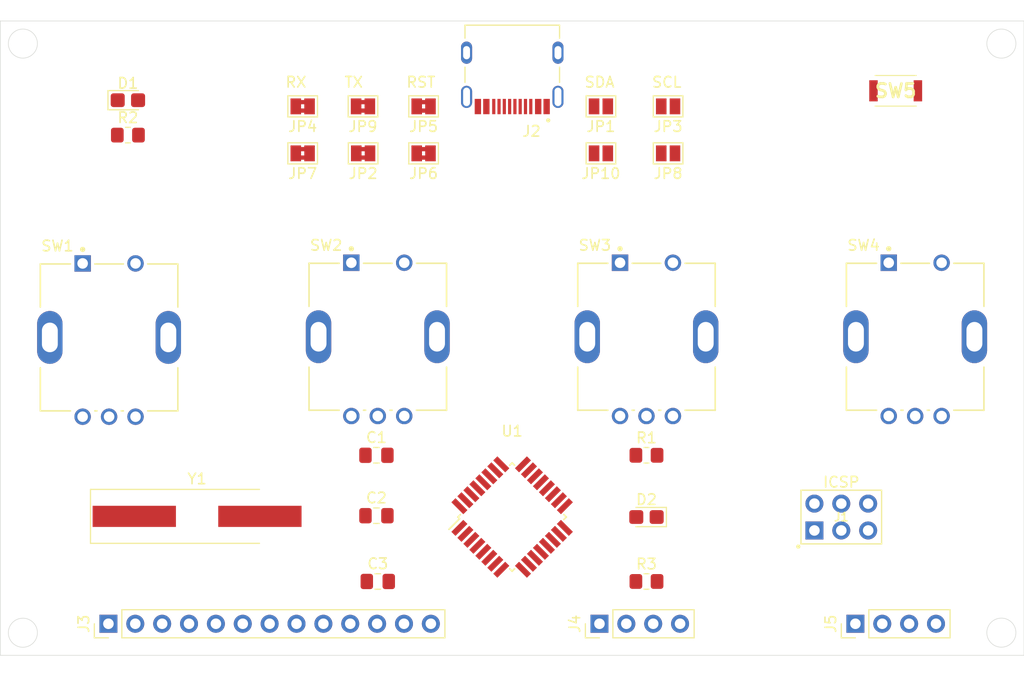
<source format=kicad_pcb>
(kicad_pcb (version 20171130) (host pcbnew "(5.1.10)-1")

  (general
    (thickness 1.6)
    (drawings 13)
    (tracks 0)
    (zones 0)
    (modules 30)
    (nets 41)
  )

  (page A4)
  (title_block
    (title "LightControl Console")
    (date 2021-08-10)
    (rev v00)
    (comment 4 "Author: GHOSCHT")
  )

  (layers
    (0 F.Cu signal)
    (31 B.Cu signal)
    (32 B.Adhes user)
    (33 F.Adhes user)
    (34 B.Paste user)
    (35 F.Paste user)
    (36 B.SilkS user)
    (37 F.SilkS user)
    (38 B.Mask user)
    (39 F.Mask user)
    (40 Dwgs.User user)
    (41 Cmts.User user)
    (42 Eco1.User user)
    (43 Eco2.User user)
    (44 Edge.Cuts user)
    (45 Margin user)
    (46 B.CrtYd user)
    (47 F.CrtYd user)
    (48 B.Fab user)
    (49 F.Fab user)
  )

  (setup
    (last_trace_width 0.25)
    (trace_clearance 0.2)
    (zone_clearance 0.508)
    (zone_45_only no)
    (trace_min 0.2)
    (via_size 0.8)
    (via_drill 0.4)
    (via_min_size 0.4)
    (via_min_drill 0.3)
    (uvia_size 0.3)
    (uvia_drill 0.1)
    (uvias_allowed no)
    (uvia_min_size 0.2)
    (uvia_min_drill 0.1)
    (edge_width 0.05)
    (segment_width 0.2)
    (pcb_text_width 0.3)
    (pcb_text_size 1.5 1.5)
    (mod_edge_width 0.12)
    (mod_text_size 1 1)
    (mod_text_width 0.15)
    (pad_size 1.524 1.524)
    (pad_drill 0.762)
    (pad_to_mask_clearance 0)
    (aux_axis_origin 0 0)
    (visible_elements 7FFFFFFF)
    (pcbplotparams
      (layerselection 0x010fc_ffffffff)
      (usegerberextensions false)
      (usegerberattributes true)
      (usegerberadvancedattributes true)
      (creategerberjobfile true)
      (excludeedgelayer true)
      (linewidth 0.100000)
      (plotframeref false)
      (viasonmask false)
      (mode 1)
      (useauxorigin false)
      (hpglpennumber 1)
      (hpglpenspeed 20)
      (hpglpendiameter 15.000000)
      (psnegative false)
      (psa4output false)
      (plotreference true)
      (plotvalue true)
      (plotinvisibletext false)
      (padsonsilk false)
      (subtractmaskfromsilk false)
      (outputformat 1)
      (mirror false)
      (drillshape 1)
      (scaleselection 1)
      (outputdirectory ""))
  )

  (net 0 "")
  (net 1 "Net-(U1-Pad19)")
  (net 2 "Net-(U1-Pad20)")
  (net 3 "Net-(U1-Pad22)")
  (net 4 GND)
  (net 5 VCC)
  (net 6 XTAL1)
  (net 7 XTAL2)
  (net 8 "Net-(D1-Pad2)")
  (net 9 MOSI)
  (net 10 SCK)
  (net 11 MISO)
  (net 12 RST)
  (net 13 "Net-(J2-PadA6)")
  (net 14 "Net-(J2-PadB7)")
  (net 15 "Net-(J2-PadA5)")
  (net 16 "Net-(J2-PadB8)")
  (net 17 "Net-(J2-PadA7)")
  (net 18 "Net-(J2-PadB6)")
  (net 19 "Net-(J2-PadA8)")
  (net 20 "Net-(J2-PadB5)")
  (net 21 BTN4)
  (net 22 BTN3)
  (net 23 BTN2)
  (net 24 BTN1)
  (net 25 ENC4B)
  (net 26 ENC4A)
  (net 27 ENC3B)
  (net 28 ENC3A)
  (net 29 ENC2B)
  (net 30 ENC2A)
  (net 31 ENC1B)
  (net 32 ENC1A)
  (net 33 TX)
  (net 34 RX)
  (net 35 SDA)
  (net 36 SCL)
  (net 37 "Net-(D2-Pad2)")
  (net 38 LED)
  (net 39 "Net-(U1-Pad3)")
  (net 40 "Net-(U1-Pad6)")

  (net_class Default "This is the default net class."
    (clearance 0.2)
    (trace_width 0.25)
    (via_dia 0.8)
    (via_drill 0.4)
    (uvia_dia 0.3)
    (uvia_drill 0.1)
    (add_net BTN1)
    (add_net BTN2)
    (add_net BTN3)
    (add_net BTN4)
    (add_net ENC1A)
    (add_net ENC1B)
    (add_net ENC2A)
    (add_net ENC2B)
    (add_net ENC3A)
    (add_net ENC3B)
    (add_net ENC4A)
    (add_net ENC4B)
    (add_net GND)
    (add_net LED)
    (add_net MISO)
    (add_net MOSI)
    (add_net "Net-(D1-Pad2)")
    (add_net "Net-(D2-Pad2)")
    (add_net "Net-(J2-PadA5)")
    (add_net "Net-(J2-PadA6)")
    (add_net "Net-(J2-PadA7)")
    (add_net "Net-(J2-PadA8)")
    (add_net "Net-(J2-PadB5)")
    (add_net "Net-(J2-PadB6)")
    (add_net "Net-(J2-PadB7)")
    (add_net "Net-(J2-PadB8)")
    (add_net "Net-(U1-Pad19)")
    (add_net "Net-(U1-Pad20)")
    (add_net "Net-(U1-Pad22)")
    (add_net "Net-(U1-Pad3)")
    (add_net "Net-(U1-Pad6)")
    (add_net RST)
    (add_net RX)
    (add_net SCK)
    (add_net SCL)
    (add_net SDA)
    (add_net TX)
    (add_net VCC)
    (add_net XTAL1)
    (add_net XTAL2)
  )

  (module AVR-ISP:AVR-ISP (layer F.Cu) (tedit 611E649A) (tstamp 611E7B2B)
    (at 177.3555 111.6965)
    (path /61134728)
    (fp_text reference J1 (at 0 0) (layer F.SilkS)
      (effects (font (size 0.787402 0.787402) (thickness 0.15)))
    )
    (fp_text value AVR-ISP-6 (at 0 0) (layer F.Fab)
      (effects (font (size 0.787402 0.787402) (thickness 0.15)))
    )
    (fp_circle (center -4.064 2.794) (end -3.964 2.794) (layer F.SilkS) (width 0.2))
    (fp_line (start -3.81 2.54) (end -3.81 -2.54) (layer F.SilkS) (width 0.127))
    (fp_line (start 3.81 2.54) (end -3.81 2.54) (layer F.SilkS) (width 0.127))
    (fp_line (start 3.81 -2.54) (end 3.81 2.54) (layer F.SilkS) (width 0.127))
    (fp_line (start -3.81 -2.54) (end 3.81 -2.54) (layer F.SilkS) (width 0.127))
    (fp_text user ICSP (at 0 -3.302) (layer F.SilkS)
      (effects (font (size 1 1) (thickness 0.15)))
    )
    (pad 6 thru_hole circle (at 2.54 -1.27) (size 1.7 1.7) (drill 1) (layers *.Cu *.Mask)
      (net 4 GND))
    (pad 5 thru_hole circle (at 2.54 1.27) (size 1.7 1.7) (drill 1) (layers *.Cu *.Mask)
      (net 12 RST))
    (pad 1 thru_hole rect (at -2.54 1.27) (size 1.7 1.7) (drill 1) (layers *.Cu *.Mask)
      (net 11 MISO))
    (pad 2 thru_hole circle (at -2.54 -1.27) (size 1.7 1.7) (drill 1) (layers *.Cu *.Mask)
      (net 5 VCC))
    (pad 3 thru_hole circle (at 0 1.27) (size 1.7 1.7) (drill 1) (layers *.Cu *.Mask)
      (net 10 SCK))
    (pad 4 thru_hole circle (at 0 -1.27) (size 1.7 1.7) (drill 1) (layers *.Cu *.Mask)
      (net 9 MOSI))
    (model ${KISYS3DMOD}/Connector_PinHeader_2.54mm.3dshapes/PinHeader_2x03_P2.54mm_Vertical.step
      (offset (xyz -2.5 -1.3 0))
      (scale (xyz 1 1 1))
      (rotate (xyz 0 0 -90))
    )
  )

  (module Crystal:Crystal_SMD_HC49-SD_HandSoldering (layer F.Cu) (tedit 5A1AD52C) (tstamp 611E8E51)
    (at 116.459 111.633)
    (descr "SMD Crystal HC-49-SD http://cdn-reichelt.de/documents/datenblatt/B400/xxx-HC49-SMD.pdf, hand-soldering, 11.4x4.7mm^2 package")
    (tags "SMD SMT crystal hand-soldering")
    (path /6113484F)
    (attr smd)
    (fp_text reference Y1 (at 0 -3.55) (layer F.SilkS)
      (effects (font (size 1 1) (thickness 0.15)))
    )
    (fp_text value 16MHz (at 0 3.55) (layer F.Fab)
      (effects (font (size 1 1) (thickness 0.15)))
    )
    (fp_line (start 10.2 -2.6) (end -10.2 -2.6) (layer F.CrtYd) (width 0.05))
    (fp_line (start 10.2 2.6) (end 10.2 -2.6) (layer F.CrtYd) (width 0.05))
    (fp_line (start -10.2 2.6) (end 10.2 2.6) (layer F.CrtYd) (width 0.05))
    (fp_line (start -10.2 -2.6) (end -10.2 2.6) (layer F.CrtYd) (width 0.05))
    (fp_line (start -10.075 2.55) (end 5.9 2.55) (layer F.SilkS) (width 0.12))
    (fp_line (start -10.075 -2.55) (end -10.075 2.55) (layer F.SilkS) (width 0.12))
    (fp_line (start 5.9 -2.55) (end -10.075 -2.55) (layer F.SilkS) (width 0.12))
    (fp_line (start -3.015 2.115) (end 3.015 2.115) (layer F.Fab) (width 0.1))
    (fp_line (start -3.015 -2.115) (end 3.015 -2.115) (layer F.Fab) (width 0.1))
    (fp_line (start 5.7 -2.35) (end -5.7 -2.35) (layer F.Fab) (width 0.1))
    (fp_line (start 5.7 2.35) (end 5.7 -2.35) (layer F.Fab) (width 0.1))
    (fp_line (start -5.7 2.35) (end 5.7 2.35) (layer F.Fab) (width 0.1))
    (fp_line (start -5.7 -2.35) (end -5.7 2.35) (layer F.Fab) (width 0.1))
    (fp_arc (start 3.015 0) (end 3.015 -2.115) (angle 180) (layer F.Fab) (width 0.1))
    (fp_arc (start -3.015 0) (end -3.015 -2.115) (angle -180) (layer F.Fab) (width 0.1))
    (fp_text user %R (at 0 0) (layer F.Fab)
      (effects (font (size 1 1) (thickness 0.15)))
    )
    (pad 2 smd rect (at 5.9375 0) (size 7.875 2) (layers F.Cu F.Paste F.Mask)
      (net 7 XTAL2))
    (pad 1 smd rect (at -5.9375 0) (size 7.875 2) (layers F.Cu F.Paste F.Mask)
      (net 6 XTAL1))
    (model ${KISYS3DMOD}/Crystal.3dshapes/Crystal_SMD_HC49-SD.wrl
      (at (xyz 0 0 0))
      (scale (xyz 1 1 1))
      (rotate (xyz 0 0 0))
    )
  )

  (module Jumper:SolderJumper-2_P1.3mm_Open_Pad1.0x1.5mm (layer F.Cu) (tedit 5A3EABFC) (tstamp 611F672F)
    (at 154.6352 72.8472 180)
    (descr "SMD Solder Jumper, 1x1.5mm Pads, 0.3mm gap, open")
    (tags "solder jumper open")
    (path /6113282A)
    (attr virtual)
    (fp_text reference JP1 (at 0 -1.905) (layer F.SilkS)
      (effects (font (size 1 1) (thickness 0.15)))
    )
    (fp_text value SolderJumper (at -14.986 0.762) (layer F.Fab)
      (effects (font (size 1 1) (thickness 0.15)))
    )
    (fp_line (start 1.65 1.25) (end -1.65 1.25) (layer F.CrtYd) (width 0.05))
    (fp_line (start 1.65 1.25) (end 1.65 -1.25) (layer F.CrtYd) (width 0.05))
    (fp_line (start -1.65 -1.25) (end -1.65 1.25) (layer F.CrtYd) (width 0.05))
    (fp_line (start -1.65 -1.25) (end 1.65 -1.25) (layer F.CrtYd) (width 0.05))
    (fp_line (start -1.4 -1) (end 1.4 -1) (layer F.SilkS) (width 0.12))
    (fp_line (start 1.4 -1) (end 1.4 1) (layer F.SilkS) (width 0.12))
    (fp_line (start 1.4 1) (end -1.4 1) (layer F.SilkS) (width 0.12))
    (fp_line (start -1.4 1) (end -1.4 -1) (layer F.SilkS) (width 0.12))
    (pad 1 smd rect (at -0.65 0 180) (size 1 1.5) (layers F.Cu F.Mask)
      (net 35 SDA))
    (pad 2 smd rect (at 0.65 0 180) (size 1 1.5) (layers F.Cu F.Mask)
      (net 13 "Net-(J2-PadA6)"))
  )

  (module HRO_TYPE-C-31-M-12:HRO_TYPE-C-31-M-12 (layer F.Cu) (tedit 6112D184) (tstamp 611F677C)
    (at 146.2532 67.7672 180)
    (path /6112D89A)
    (fp_text reference J2 (at -1.825 -7.435) (layer F.SilkS)
      (effects (font (size 1 1) (thickness 0.15)))
    )
    (fp_text value TYPE-C-31-M-12 (at 6.43 4.135) (layer F.Fab)
      (effects (font (size 1 1) (thickness 0.15)))
    )
    (fp_circle (center -3.4 -6.4) (end -3.3 -6.4) (layer F.SilkS) (width 0.2))
    (fp_circle (center -3.4 -6.4) (end -3.3 -6.4) (layer F.Fab) (width 0.2))
    (fp_line (start -5.095 -6.07) (end -5.095 2.85) (layer F.CrtYd) (width 0.05))
    (fp_line (start 5.095 -6.07) (end -5.095 -6.07) (layer F.CrtYd) (width 0.05))
    (fp_line (start 5.095 2.85) (end 5.095 -6.07) (layer F.CrtYd) (width 0.05))
    (fp_line (start -5.095 2.85) (end 5.095 2.85) (layer F.CrtYd) (width 0.05))
    (fp_line (start -4.47 2.6) (end -4.47 1.37) (layer F.SilkS) (width 0.127))
    (fp_line (start 4.47 2.6) (end -4.47 2.6) (layer F.SilkS) (width 0.127))
    (fp_line (start 4.47 1.37) (end 4.47 2.6) (layer F.SilkS) (width 0.127))
    (fp_line (start 4.47 -2.81) (end 4.47 -1.37) (layer F.SilkS) (width 0.127))
    (fp_line (start -4.47 -2.81) (end -4.47 -1.37) (layer F.SilkS) (width 0.127))
    (fp_line (start -4.47 -4.7) (end -4.47 2.6) (layer F.Fab) (width 0.127))
    (fp_line (start 4.47 -4.7) (end -4.47 -4.7) (layer F.Fab) (width 0.127))
    (fp_line (start 4.47 2.6) (end 4.47 -4.7) (layer F.Fab) (width 0.127))
    (fp_line (start -4.47 2.6) (end 4.47 2.6) (layer F.Fab) (width 0.127))
    (pad A1B12 smd rect (at -3.25 -5.095 180) (size 0.6 1.45) (layers F.Cu F.Paste F.Mask)
      (net 4 GND))
    (pad A4B9 smd rect (at -2.45 -5.095 180) (size 0.6 1.45) (layers F.Cu F.Paste F.Mask)
      (net 5 VCC))
    (pad A6 smd rect (at -0.25 -5.095 180) (size 0.3 1.45) (layers F.Cu F.Paste F.Mask)
      (net 13 "Net-(J2-PadA6)"))
    (pad B7 smd rect (at -0.75 -5.095 180) (size 0.3 1.45) (layers F.Cu F.Paste F.Mask)
      (net 14 "Net-(J2-PadB7)"))
    (pad A5 smd rect (at -1.25 -5.095 180) (size 0.3 1.45) (layers F.Cu F.Paste F.Mask)
      (net 15 "Net-(J2-PadA5)"))
    (pad B8 smd rect (at -1.75 -5.095 180) (size 0.3 1.45) (layers F.Cu F.Paste F.Mask)
      (net 16 "Net-(J2-PadB8)"))
    (pad A7 smd rect (at 0.25 -5.095 180) (size 0.3 1.45) (layers F.Cu F.Paste F.Mask)
      (net 17 "Net-(J2-PadA7)"))
    (pad B6 smd rect (at 0.75 -5.095 180) (size 0.3 1.45) (layers F.Cu F.Paste F.Mask)
      (net 18 "Net-(J2-PadB6)"))
    (pad A8 smd rect (at 1.25 -5.095 180) (size 0.3 1.45) (layers F.Cu F.Paste F.Mask)
      (net 19 "Net-(J2-PadA8)"))
    (pad B5 smd rect (at 1.75 -5.095 180) (size 0.3 1.45) (layers F.Cu F.Paste F.Mask)
      (net 20 "Net-(J2-PadB5)"))
    (pad B4A9 smd rect (at 2.45 -5.095 180) (size 0.6 1.45) (layers F.Cu F.Paste F.Mask)
      (net 5 VCC))
    (pad B1A12 smd rect (at 3.25 -5.095 180) (size 0.6 1.45) (layers F.Cu F.Paste F.Mask)
      (net 4 GND))
    (pad S1 thru_hole oval (at -4.32 -4.18 180) (size 1.05 2.1) (drill oval 0.65 1.75) (layers *.Cu *.Mask)
      (net 4 GND))
    (pad S2 thru_hole oval (at 4.32 -4.18 180) (size 1.05 2.1) (drill oval 0.65 1.75) (layers *.Cu *.Mask)
      (net 4 GND))
    (pad S3 thru_hole oval (at -4.32 0 180) (size 1.05 2.1) (drill oval 0.65 1.25) (layers *.Cu *.Mask)
      (net 4 GND))
    (pad S4 thru_hole oval (at 4.32 0 180) (size 1.05 2.1) (drill oval 0.65 1.25) (layers *.Cu *.Mask)
      (net 4 GND))
    (pad None np_thru_hole circle (at -2.89 -3.65 180) (size 0.7 0.7) (drill 0.7) (layers *.Cu *.Mask))
    (pad None np_thru_hole circle (at 2.89 -3.65 180) (size 0.7 0.7) (drill 0.7) (layers *.Cu *.Mask))
    (model ${KIPRJMOD}/Libraries/HRO_TYPE-C-31-M-12.models/TYPE-C-31-M-12.step
      (at (xyz 0 0 0))
      (scale (xyz 1 1 1))
      (rotate (xyz -90 0 0))
    )
  )

  (module Capacitor_SMD:C_0805_2012Metric_Pad1.18x1.45mm_HandSolder (layer F.Cu) (tedit 5F68FEEF) (tstamp 611E907C)
    (at 133.4135 105.8545)
    (descr "Capacitor SMD 0805 (2012 Metric), square (rectangular) end terminal, IPC_7351 nominal with elongated pad for handsoldering. (Body size source: IPC-SM-782 page 76, https://www.pcb-3d.com/wordpress/wp-content/uploads/ipc-sm-782a_amendment_1_and_2.pdf, https://docs.google.com/spreadsheets/d/1BsfQQcO9C6DZCsRaXUlFlo91Tg2WpOkGARC1WS5S8t0/edit?usp=sharing), generated with kicad-footprint-generator")
    (tags "capacitor handsolder")
    (path /6113DC2F)
    (attr smd)
    (fp_text reference C1 (at 0 -1.68) (layer F.SilkS)
      (effects (font (size 1 1) (thickness 0.15)))
    )
    (fp_text value 22p (at 0 1.68) (layer F.Fab)
      (effects (font (size 1 1) (thickness 0.15)))
    )
    (fp_line (start -1 0.625) (end -1 -0.625) (layer F.Fab) (width 0.1))
    (fp_line (start -1 -0.625) (end 1 -0.625) (layer F.Fab) (width 0.1))
    (fp_line (start 1 -0.625) (end 1 0.625) (layer F.Fab) (width 0.1))
    (fp_line (start 1 0.625) (end -1 0.625) (layer F.Fab) (width 0.1))
    (fp_line (start -0.261252 -0.735) (end 0.261252 -0.735) (layer F.SilkS) (width 0.12))
    (fp_line (start -0.261252 0.735) (end 0.261252 0.735) (layer F.SilkS) (width 0.12))
    (fp_line (start -1.88 0.98) (end -1.88 -0.98) (layer F.CrtYd) (width 0.05))
    (fp_line (start -1.88 -0.98) (end 1.88 -0.98) (layer F.CrtYd) (width 0.05))
    (fp_line (start 1.88 -0.98) (end 1.88 0.98) (layer F.CrtYd) (width 0.05))
    (fp_line (start 1.88 0.98) (end -1.88 0.98) (layer F.CrtYd) (width 0.05))
    (fp_text user %R (at 0 0) (layer F.Fab)
      (effects (font (size 0.5 0.5) (thickness 0.08)))
    )
    (pad 1 smd roundrect (at -1.0375 0) (size 1.175 1.45) (layers F.Cu F.Paste F.Mask) (roundrect_rratio 0.212766)
      (net 6 XTAL1))
    (pad 2 smd roundrect (at 1.0375 0) (size 1.175 1.45) (layers F.Cu F.Paste F.Mask) (roundrect_rratio 0.212766)
      (net 4 GND))
    (model ${KISYS3DMOD}/Capacitor_SMD.3dshapes/C_0805_2012Metric.wrl
      (at (xyz 0 0 0))
      (scale (xyz 1 1 1))
      (rotate (xyz 0 0 0))
    )
  )

  (module Capacitor_SMD:C_0805_2012Metric_Pad1.18x1.45mm_HandSolder (layer F.Cu) (tedit 5F68FEEF) (tstamp 611E90DD)
    (at 133.4135 111.5695)
    (descr "Capacitor SMD 0805 (2012 Metric), square (rectangular) end terminal, IPC_7351 nominal with elongated pad for handsoldering. (Body size source: IPC-SM-782 page 76, https://www.pcb-3d.com/wordpress/wp-content/uploads/ipc-sm-782a_amendment_1_and_2.pdf, https://docs.google.com/spreadsheets/d/1BsfQQcO9C6DZCsRaXUlFlo91Tg2WpOkGARC1WS5S8t0/edit?usp=sharing), generated with kicad-footprint-generator")
    (tags "capacitor handsolder")
    (path /611448F1)
    (attr smd)
    (fp_text reference C2 (at 0 -1.68) (layer F.SilkS)
      (effects (font (size 1 1) (thickness 0.15)))
    )
    (fp_text value 22p (at 0 1.68) (layer F.Fab)
      (effects (font (size 1 1) (thickness 0.15)))
    )
    (fp_line (start 1.88 0.98) (end -1.88 0.98) (layer F.CrtYd) (width 0.05))
    (fp_line (start 1.88 -0.98) (end 1.88 0.98) (layer F.CrtYd) (width 0.05))
    (fp_line (start -1.88 -0.98) (end 1.88 -0.98) (layer F.CrtYd) (width 0.05))
    (fp_line (start -1.88 0.98) (end -1.88 -0.98) (layer F.CrtYd) (width 0.05))
    (fp_line (start -0.261252 0.735) (end 0.261252 0.735) (layer F.SilkS) (width 0.12))
    (fp_line (start -0.261252 -0.735) (end 0.261252 -0.735) (layer F.SilkS) (width 0.12))
    (fp_line (start 1 0.625) (end -1 0.625) (layer F.Fab) (width 0.1))
    (fp_line (start 1 -0.625) (end 1 0.625) (layer F.Fab) (width 0.1))
    (fp_line (start -1 -0.625) (end 1 -0.625) (layer F.Fab) (width 0.1))
    (fp_line (start -1 0.625) (end -1 -0.625) (layer F.Fab) (width 0.1))
    (fp_text user %R (at 0 0) (layer F.Fab)
      (effects (font (size 0.5 0.5) (thickness 0.08)))
    )
    (pad 2 smd roundrect (at 1.0375 0) (size 1.175 1.45) (layers F.Cu F.Paste F.Mask) (roundrect_rratio 0.212766)
      (net 4 GND))
    (pad 1 smd roundrect (at -1.0375 0) (size 1.175 1.45) (layers F.Cu F.Paste F.Mask) (roundrect_rratio 0.212766)
      (net 7 XTAL2))
    (model ${KISYS3DMOD}/Capacitor_SMD.3dshapes/C_0805_2012Metric.wrl
      (at (xyz 0 0 0))
      (scale (xyz 1 1 1))
      (rotate (xyz 0 0 0))
    )
  )

  (module Capacitor_SMD:C_0805_2012Metric_Pad1.18x1.45mm_HandSolder (layer F.Cu) (tedit 5F68FEEF) (tstamp 611F2681)
    (at 133.5405 117.7925)
    (descr "Capacitor SMD 0805 (2012 Metric), square (rectangular) end terminal, IPC_7351 nominal with elongated pad for handsoldering. (Body size source: IPC-SM-782 page 76, https://www.pcb-3d.com/wordpress/wp-content/uploads/ipc-sm-782a_amendment_1_and_2.pdf, https://docs.google.com/spreadsheets/d/1BsfQQcO9C6DZCsRaXUlFlo91Tg2WpOkGARC1WS5S8t0/edit?usp=sharing), generated with kicad-footprint-generator")
    (tags "capacitor handsolder")
    (path /6115564D)
    (attr smd)
    (fp_text reference C3 (at 0 -1.68) (layer F.SilkS)
      (effects (font (size 1 1) (thickness 0.15)))
    )
    (fp_text value 100n (at 0 1.68) (layer F.Fab)
      (effects (font (size 1 1) (thickness 0.15)))
    )
    (fp_line (start -1 0.625) (end -1 -0.625) (layer F.Fab) (width 0.1))
    (fp_line (start -1 -0.625) (end 1 -0.625) (layer F.Fab) (width 0.1))
    (fp_line (start 1 -0.625) (end 1 0.625) (layer F.Fab) (width 0.1))
    (fp_line (start 1 0.625) (end -1 0.625) (layer F.Fab) (width 0.1))
    (fp_line (start -0.261252 -0.735) (end 0.261252 -0.735) (layer F.SilkS) (width 0.12))
    (fp_line (start -0.261252 0.735) (end 0.261252 0.735) (layer F.SilkS) (width 0.12))
    (fp_line (start -1.88 0.98) (end -1.88 -0.98) (layer F.CrtYd) (width 0.05))
    (fp_line (start -1.88 -0.98) (end 1.88 -0.98) (layer F.CrtYd) (width 0.05))
    (fp_line (start 1.88 -0.98) (end 1.88 0.98) (layer F.CrtYd) (width 0.05))
    (fp_line (start 1.88 0.98) (end -1.88 0.98) (layer F.CrtYd) (width 0.05))
    (fp_text user %R (at 0 0) (layer F.Fab)
      (effects (font (size 0.5 0.5) (thickness 0.08)))
    )
    (pad 1 smd roundrect (at -1.0375 0) (size 1.175 1.45) (layers F.Cu F.Paste F.Mask) (roundrect_rratio 0.212766)
      (net 5 VCC))
    (pad 2 smd roundrect (at 1.0375 0) (size 1.175 1.45) (layers F.Cu F.Paste F.Mask) (roundrect_rratio 0.212766)
      (net 4 GND))
    (model ${KISYS3DMOD}/Capacitor_SMD.3dshapes/C_0805_2012Metric.wrl
      (at (xyz 0 0 0))
      (scale (xyz 1 1 1))
      (rotate (xyz 0 0 0))
    )
  )

  (module Jumper:SolderJumper-2_P1.3mm_Open_Pad1.0x1.5mm (layer F.Cu) (tedit 5A3EABFC) (tstamp 611F67F8)
    (at 160.9852 72.8472 180)
    (descr "SMD Solder Jumper, 1x1.5mm Pads, 0.3mm gap, open")
    (tags "solder jumper open")
    (path /6118262C)
    (attr virtual)
    (fp_text reference JP3 (at 0 -1.905) (layer F.SilkS)
      (effects (font (size 1 1) (thickness 0.15)))
    )
    (fp_text value SolderJumper (at -8.636 -0.762) (layer F.Fab)
      (effects (font (size 1 1) (thickness 0.15)))
    )
    (fp_line (start -1.4 1) (end -1.4 -1) (layer F.SilkS) (width 0.12))
    (fp_line (start 1.4 1) (end -1.4 1) (layer F.SilkS) (width 0.12))
    (fp_line (start 1.4 -1) (end 1.4 1) (layer F.SilkS) (width 0.12))
    (fp_line (start -1.4 -1) (end 1.4 -1) (layer F.SilkS) (width 0.12))
    (fp_line (start -1.65 -1.25) (end 1.65 -1.25) (layer F.CrtYd) (width 0.05))
    (fp_line (start -1.65 -1.25) (end -1.65 1.25) (layer F.CrtYd) (width 0.05))
    (fp_line (start 1.65 1.25) (end 1.65 -1.25) (layer F.CrtYd) (width 0.05))
    (fp_line (start 1.65 1.25) (end -1.65 1.25) (layer F.CrtYd) (width 0.05))
    (pad 2 smd rect (at 0.65 0 180) (size 1 1.5) (layers F.Cu F.Mask)
      (net 17 "Net-(J2-PadA7)"))
    (pad 1 smd rect (at -0.65 0 180) (size 1 1.5) (layers F.Cu F.Mask)
      (net 36 SCL))
  )

  (module Jumper:SolderJumper-2_P1.3mm_Open_Pad1.0x1.5mm (layer F.Cu) (tedit 5A3EABFC) (tstamp 611F681F)
    (at 160.9852 77.2922)
    (descr "SMD Solder Jumper, 1x1.5mm Pads, 0.3mm gap, open")
    (tags "solder jumper open")
    (path /611A3587)
    (attr virtual)
    (fp_text reference JP8 (at 0 1.905) (layer F.SilkS)
      (effects (font (size 1 1) (thickness 0.15)))
    )
    (fp_text value SolderJumper (at 8.636 -0.889) (layer F.Fab)
      (effects (font (size 1 1) (thickness 0.15)))
    )
    (fp_line (start -1.4 1) (end -1.4 -1) (layer F.SilkS) (width 0.12))
    (fp_line (start 1.4 1) (end -1.4 1) (layer F.SilkS) (width 0.12))
    (fp_line (start 1.4 -1) (end 1.4 1) (layer F.SilkS) (width 0.12))
    (fp_line (start -1.4 -1) (end 1.4 -1) (layer F.SilkS) (width 0.12))
    (fp_line (start -1.65 -1.25) (end 1.65 -1.25) (layer F.CrtYd) (width 0.05))
    (fp_line (start -1.65 -1.25) (end -1.65 1.25) (layer F.CrtYd) (width 0.05))
    (fp_line (start 1.65 1.25) (end 1.65 -1.25) (layer F.CrtYd) (width 0.05))
    (fp_line (start 1.65 1.25) (end -1.65 1.25) (layer F.CrtYd) (width 0.05))
    (pad 2 smd rect (at 0.65 0) (size 1 1.5) (layers F.Cu F.Mask)
      (net 36 SCL))
    (pad 1 smd rect (at -0.65 0) (size 1 1.5) (layers F.Cu F.Mask)
      (net 14 "Net-(J2-PadB7)"))
  )

  (module Jumper:SolderJumper-2_P1.3mm_Open_Pad1.0x1.5mm (layer F.Cu) (tedit 5A3EABFC) (tstamp 611F67D1)
    (at 154.6352 77.2922)
    (descr "SMD Solder Jumper, 1x1.5mm Pads, 0.3mm gap, open")
    (tags "solder jumper open")
    (path /611A3577)
    (attr virtual)
    (fp_text reference JP10 (at 0 1.905) (layer F.SilkS)
      (effects (font (size 1 1) (thickness 0.15)))
    )
    (fp_text value SolderJumper (at 14.986 -2.286) (layer F.Fab)
      (effects (font (size 1 1) (thickness 0.15)))
    )
    (fp_line (start -1.4 1) (end -1.4 -1) (layer F.SilkS) (width 0.12))
    (fp_line (start 1.4 1) (end -1.4 1) (layer F.SilkS) (width 0.12))
    (fp_line (start 1.4 -1) (end 1.4 1) (layer F.SilkS) (width 0.12))
    (fp_line (start -1.4 -1) (end 1.4 -1) (layer F.SilkS) (width 0.12))
    (fp_line (start -1.65 -1.25) (end 1.65 -1.25) (layer F.CrtYd) (width 0.05))
    (fp_line (start -1.65 -1.25) (end -1.65 1.25) (layer F.CrtYd) (width 0.05))
    (fp_line (start 1.65 1.25) (end 1.65 -1.25) (layer F.CrtYd) (width 0.05))
    (fp_line (start 1.65 1.25) (end -1.65 1.25) (layer F.CrtYd) (width 0.05))
    (pad 2 smd rect (at 0.65 0) (size 1 1.5) (layers F.Cu F.Mask)
      (net 35 SDA))
    (pad 1 smd rect (at -0.65 0) (size 1 1.5) (layers F.Cu F.Mask)
      (net 18 "Net-(J2-PadB6)"))
  )

  (module Resistor_SMD:R_0805_2012Metric_Pad1.20x1.40mm_HandSolder (layer F.Cu) (tedit 5F68FEEE) (tstamp 611E7CDB)
    (at 158.9405 105.8545)
    (descr "Resistor SMD 0805 (2012 Metric), square (rectangular) end terminal, IPC_7351 nominal with elongated pad for handsoldering. (Body size source: IPC-SM-782 page 72, https://www.pcb-3d.com/wordpress/wp-content/uploads/ipc-sm-782a_amendment_1_and_2.pdf), generated with kicad-footprint-generator")
    (tags "resistor handsolder")
    (path /611669B4)
    (attr smd)
    (fp_text reference R1 (at 0 -1.65) (layer F.SilkS)
      (effects (font (size 1 1) (thickness 0.15)))
    )
    (fp_text value 10k (at 0 1.65) (layer F.Fab)
      (effects (font (size 1 1) (thickness 0.15)))
    )
    (fp_line (start -1 0.625) (end -1 -0.625) (layer F.Fab) (width 0.1))
    (fp_line (start -1 -0.625) (end 1 -0.625) (layer F.Fab) (width 0.1))
    (fp_line (start 1 -0.625) (end 1 0.625) (layer F.Fab) (width 0.1))
    (fp_line (start 1 0.625) (end -1 0.625) (layer F.Fab) (width 0.1))
    (fp_line (start -0.227064 -0.735) (end 0.227064 -0.735) (layer F.SilkS) (width 0.12))
    (fp_line (start -0.227064 0.735) (end 0.227064 0.735) (layer F.SilkS) (width 0.12))
    (fp_line (start -1.85 0.95) (end -1.85 -0.95) (layer F.CrtYd) (width 0.05))
    (fp_line (start -1.85 -0.95) (end 1.85 -0.95) (layer F.CrtYd) (width 0.05))
    (fp_line (start 1.85 -0.95) (end 1.85 0.95) (layer F.CrtYd) (width 0.05))
    (fp_line (start 1.85 0.95) (end -1.85 0.95) (layer F.CrtYd) (width 0.05))
    (fp_text user %R (at 0 0) (layer F.Fab)
      (effects (font (size 0.5 0.5) (thickness 0.08)))
    )
    (pad 1 smd roundrect (at -1 0) (size 1.2 1.4) (layers F.Cu F.Paste F.Mask) (roundrect_rratio 0.208333)
      (net 12 RST))
    (pad 2 smd roundrect (at 1 0) (size 1.2 1.4) (layers F.Cu F.Paste F.Mask) (roundrect_rratio 0.208333)
      (net 5 VCC))
    (model ${KISYS3DMOD}/Resistor_SMD.3dshapes/R_0805_2012Metric.wrl
      (at (xyz 0 0 0))
      (scale (xyz 1 1 1))
      (rotate (xyz 0 0 0))
    )
  )

  (module LED_SMD:LED_0805_2012Metric_Castellated (layer F.Cu) (tedit 5F68FEF1) (tstamp 611F77F0)
    (at 109.9185 72.263)
    (descr "LED SMD 0805 (2012 Metric), castellated end terminal, IPC_7351 nominal, (Body size source: https://docs.google.com/spreadsheets/d/1BsfQQcO9C6DZCsRaXUlFlo91Tg2WpOkGARC1WS5S8t0/edit?usp=sharing), generated with kicad-footprint-generator")
    (tags "LED castellated")
    (path /6113FB23)
    (attr smd)
    (fp_text reference D1 (at 0 -1.6) (layer F.SilkS)
      (effects (font (size 1 1) (thickness 0.15)))
    )
    (fp_text value 17-21/BHC-XL2M2TY/3T (at -2.794 6.35 90) (layer F.Fab)
      (effects (font (size 1 1) (thickness 0.15)))
    )
    (fp_line (start 1 -0.6) (end -0.7 -0.6) (layer F.Fab) (width 0.1))
    (fp_line (start -0.7 -0.6) (end -1 -0.3) (layer F.Fab) (width 0.1))
    (fp_line (start -1 -0.3) (end -1 0.6) (layer F.Fab) (width 0.1))
    (fp_line (start -1 0.6) (end 1 0.6) (layer F.Fab) (width 0.1))
    (fp_line (start 1 0.6) (end 1 -0.6) (layer F.Fab) (width 0.1))
    (fp_line (start 1 -0.91) (end -1.885 -0.91) (layer F.SilkS) (width 0.12))
    (fp_line (start -1.885 -0.91) (end -1.885 0.91) (layer F.SilkS) (width 0.12))
    (fp_line (start -1.885 0.91) (end 1 0.91) (layer F.SilkS) (width 0.12))
    (fp_line (start -1.88 0.9) (end -1.88 -0.9) (layer F.CrtYd) (width 0.05))
    (fp_line (start -1.88 -0.9) (end 1.88 -0.9) (layer F.CrtYd) (width 0.05))
    (fp_line (start 1.88 -0.9) (end 1.88 0.9) (layer F.CrtYd) (width 0.05))
    (fp_line (start 1.88 0.9) (end -1.88 0.9) (layer F.CrtYd) (width 0.05))
    (fp_text user %R (at 0 0) (layer F.Fab)
      (effects (font (size 0.5 0.5) (thickness 0.08)))
    )
    (pad 1 smd roundrect (at -0.9625 0) (size 1.325 1.3) (layers F.Cu F.Paste F.Mask) (roundrect_rratio 0.192308)
      (net 4 GND))
    (pad 2 smd roundrect (at 0.9625 0) (size 1.325 1.3) (layers F.Cu F.Paste F.Mask) (roundrect_rratio 0.192308)
      (net 8 "Net-(D1-Pad2)"))
    (model ${KISYS3DMOD}/LED_SMD.3dshapes/LED_0805_2012Metric_Castellated.wrl
      (at (xyz 0 0 0))
      (scale (xyz 1 1 1))
      (rotate (xyz 0 0 0))
    )
  )

  (module Resistor_SMD:R_0805_2012Metric_Pad1.20x1.40mm_HandSolder (layer F.Cu) (tedit 5F68FEEE) (tstamp 611F7824)
    (at 109.9185 75.565)
    (descr "Resistor SMD 0805 (2012 Metric), square (rectangular) end terminal, IPC_7351 nominal with elongated pad for handsoldering. (Body size source: IPC-SM-782 page 72, https://www.pcb-3d.com/wordpress/wp-content/uploads/ipc-sm-782a_amendment_1_and_2.pdf), generated with kicad-footprint-generator")
    (tags "resistor handsolder")
    (path /6114AFDD)
    (attr smd)
    (fp_text reference R2 (at 0 -1.65) (layer F.SilkS)
      (effects (font (size 1 1) (thickness 0.15)))
    )
    (fp_text value 200 (at 0 1.65) (layer F.Fab)
      (effects (font (size 1 1) (thickness 0.15)))
    )
    (fp_line (start -1 0.625) (end -1 -0.625) (layer F.Fab) (width 0.1))
    (fp_line (start -1 -0.625) (end 1 -0.625) (layer F.Fab) (width 0.1))
    (fp_line (start 1 -0.625) (end 1 0.625) (layer F.Fab) (width 0.1))
    (fp_line (start 1 0.625) (end -1 0.625) (layer F.Fab) (width 0.1))
    (fp_line (start -0.227064 -0.735) (end 0.227064 -0.735) (layer F.SilkS) (width 0.12))
    (fp_line (start -0.227064 0.735) (end 0.227064 0.735) (layer F.SilkS) (width 0.12))
    (fp_line (start -1.85 0.95) (end -1.85 -0.95) (layer F.CrtYd) (width 0.05))
    (fp_line (start -1.85 -0.95) (end 1.85 -0.95) (layer F.CrtYd) (width 0.05))
    (fp_line (start 1.85 -0.95) (end 1.85 0.95) (layer F.CrtYd) (width 0.05))
    (fp_line (start 1.85 0.95) (end -1.85 0.95) (layer F.CrtYd) (width 0.05))
    (fp_text user %R (at 0 0) (layer F.Fab)
      (effects (font (size 0.5 0.5) (thickness 0.08)))
    )
    (pad 1 smd roundrect (at -1 0) (size 1.2 1.4) (layers F.Cu F.Paste F.Mask) (roundrect_rratio 0.208333)
      (net 8 "Net-(D1-Pad2)"))
    (pad 2 smd roundrect (at 1 0) (size 1.2 1.4) (layers F.Cu F.Paste F.Mask) (roundrect_rratio 0.208333)
      (net 5 VCC))
    (model ${KISYS3DMOD}/Resistor_SMD.3dshapes/R_0805_2012Metric.wrl
      (at (xyz 0 0 0))
      (scale (xyz 1 1 1))
      (rotate (xyz 0 0 0))
    )
  )

  (module Jumper:SolderJumper-2_P1.3mm_Bridged2Bar_Pad1.0x1.5mm (layer F.Cu) (tedit 5C756A82) (tstamp 611F6875)
    (at 132.1562 77.2922)
    (descr "SMD Solder Jumper, 1x1.5mm Pads, 0.3mm gap, bridged with 2 copper strips")
    (tags "solder jumper open")
    (path /611AC9C3)
    (attr virtual)
    (fp_text reference JP2 (at 0 1.905) (layer F.SilkS)
      (effects (font (size 1 1) (thickness 0.15)))
    )
    (fp_text value SolderJumper_Bridged (at -16.256 -3.937) (layer F.Fab)
      (effects (font (size 1 1) (thickness 0.15)))
    )
    (fp_poly (pts (xy -0.25 -0.6) (xy 0.25 -0.6) (xy 0.25 -0.2) (xy -0.25 -0.2)) (layer F.Cu) (width 0))
    (fp_poly (pts (xy -0.25 0.2) (xy 0.25 0.2) (xy 0.25 0.6) (xy -0.25 0.6)) (layer F.Cu) (width 0))
    (fp_line (start 1.65 1.25) (end -1.65 1.25) (layer F.CrtYd) (width 0.05))
    (fp_line (start 1.65 1.25) (end 1.65 -1.25) (layer F.CrtYd) (width 0.05))
    (fp_line (start -1.65 -1.25) (end -1.65 1.25) (layer F.CrtYd) (width 0.05))
    (fp_line (start -1.65 -1.25) (end 1.65 -1.25) (layer F.CrtYd) (width 0.05))
    (fp_line (start -1.4 -1) (end 1.4 -1) (layer F.SilkS) (width 0.12))
    (fp_line (start 1.4 -1) (end 1.4 1) (layer F.SilkS) (width 0.12))
    (fp_line (start 1.4 1) (end -1.4 1) (layer F.SilkS) (width 0.12))
    (fp_line (start -1.4 1) (end -1.4 -1) (layer F.SilkS) (width 0.12))
    (pad 2 smd rect (at 0.65 0) (size 1 1.5) (layers F.Cu F.Mask)
      (net 13 "Net-(J2-PadA6)"))
    (pad 1 smd rect (at -0.65 0) (size 1 1.5) (layers F.Cu F.Mask)
      (net 33 TX))
  )

  (module Jumper:SolderJumper-2_P1.3mm_Bridged2Bar_Pad1.0x1.5mm (layer F.Cu) (tedit 5C756A82) (tstamp 611F68CF)
    (at 126.4412 72.8472)
    (descr "SMD Solder Jumper, 1x1.5mm Pads, 0.3mm gap, bridged with 2 copper strips")
    (tags "solder jumper open")
    (path /611AE464)
    (attr virtual)
    (fp_text reference JP4 (at 0 1.905) (layer F.SilkS)
      (effects (font (size 1 1) (thickness 0.15)))
    )
    (fp_text value SolderJumper_Bridged (at 10.033 -0.508) (layer F.Fab)
      (effects (font (size 1 1) (thickness 0.15)))
    )
    (fp_line (start -1.4 1) (end -1.4 -1) (layer F.SilkS) (width 0.12))
    (fp_line (start 1.4 1) (end -1.4 1) (layer F.SilkS) (width 0.12))
    (fp_line (start 1.4 -1) (end 1.4 1) (layer F.SilkS) (width 0.12))
    (fp_line (start -1.4 -1) (end 1.4 -1) (layer F.SilkS) (width 0.12))
    (fp_line (start -1.65 -1.25) (end 1.65 -1.25) (layer F.CrtYd) (width 0.05))
    (fp_line (start -1.65 -1.25) (end -1.65 1.25) (layer F.CrtYd) (width 0.05))
    (fp_line (start 1.65 1.25) (end 1.65 -1.25) (layer F.CrtYd) (width 0.05))
    (fp_line (start 1.65 1.25) (end -1.65 1.25) (layer F.CrtYd) (width 0.05))
    (fp_poly (pts (xy -0.25 0.2) (xy 0.25 0.2) (xy 0.25 0.6) (xy -0.25 0.6)) (layer F.Cu) (width 0))
    (fp_poly (pts (xy -0.25 -0.6) (xy 0.25 -0.6) (xy 0.25 -0.2) (xy -0.25 -0.2)) (layer F.Cu) (width 0))
    (pad 1 smd rect (at -0.65 0) (size 1 1.5) (layers F.Cu F.Mask)
      (net 34 RX))
    (pad 2 smd rect (at 0.65 0) (size 1 1.5) (layers F.Cu F.Mask)
      (net 17 "Net-(J2-PadA7)"))
  )

  (module Jumper:SolderJumper-2_P1.3mm_Bridged2Bar_Pad1.0x1.5mm (layer F.Cu) (tedit 5C756A82) (tstamp 611F68A2)
    (at 137.8712 72.8472 180)
    (descr "SMD Solder Jumper, 1x1.5mm Pads, 0.3mm gap, bridged with 2 copper strips")
    (tags "solder jumper open")
    (path /611AECF9)
    (attr virtual)
    (fp_text reference JP5 (at 0 -1.905) (layer F.SilkS)
      (effects (font (size 1 1) (thickness 0.15)))
    )
    (fp_text value SolderJumper_Bridged (at 21.971 1.016) (layer F.Fab)
      (effects (font (size 1 1) (thickness 0.15)))
    )
    (fp_poly (pts (xy -0.25 -0.6) (xy 0.25 -0.6) (xy 0.25 -0.2) (xy -0.25 -0.2)) (layer F.Cu) (width 0))
    (fp_poly (pts (xy -0.25 0.2) (xy 0.25 0.2) (xy 0.25 0.6) (xy -0.25 0.6)) (layer F.Cu) (width 0))
    (fp_line (start 1.65 1.25) (end -1.65 1.25) (layer F.CrtYd) (width 0.05))
    (fp_line (start 1.65 1.25) (end 1.65 -1.25) (layer F.CrtYd) (width 0.05))
    (fp_line (start -1.65 -1.25) (end -1.65 1.25) (layer F.CrtYd) (width 0.05))
    (fp_line (start -1.65 -1.25) (end 1.65 -1.25) (layer F.CrtYd) (width 0.05))
    (fp_line (start -1.4 -1) (end 1.4 -1) (layer F.SilkS) (width 0.12))
    (fp_line (start 1.4 -1) (end 1.4 1) (layer F.SilkS) (width 0.12))
    (fp_line (start 1.4 1) (end -1.4 1) (layer F.SilkS) (width 0.12))
    (fp_line (start -1.4 1) (end -1.4 -1) (layer F.SilkS) (width 0.12))
    (pad 2 smd rect (at 0.65 0 180) (size 1 1.5) (layers F.Cu F.Mask)
      (net 19 "Net-(J2-PadA8)"))
    (pad 1 smd rect (at -0.65 0 180) (size 1 1.5) (layers F.Cu F.Mask)
      (net 12 RST))
  )

  (module Jumper:SolderJumper-2_P1.3mm_Bridged2Bar_Pad1.0x1.5mm (layer F.Cu) (tedit 5C756A82) (tstamp 611F6848)
    (at 137.8712 77.2922)
    (descr "SMD Solder Jumper, 1x1.5mm Pads, 0.3mm gap, bridged with 2 copper strips")
    (tags "solder jumper open")
    (path /611AF363)
    (attr virtual)
    (fp_text reference JP6 (at 0 1.905) (layer F.SilkS)
      (effects (font (size 1 1) (thickness 0.15)))
    )
    (fp_text value SolderJumper_Bridged (at -21.971 -0.889) (layer F.Fab)
      (effects (font (size 1 1) (thickness 0.15)))
    )
    (fp_line (start -1.4 1) (end -1.4 -1) (layer F.SilkS) (width 0.12))
    (fp_line (start 1.4 1) (end -1.4 1) (layer F.SilkS) (width 0.12))
    (fp_line (start 1.4 -1) (end 1.4 1) (layer F.SilkS) (width 0.12))
    (fp_line (start -1.4 -1) (end 1.4 -1) (layer F.SilkS) (width 0.12))
    (fp_line (start -1.65 -1.25) (end 1.65 -1.25) (layer F.CrtYd) (width 0.05))
    (fp_line (start -1.65 -1.25) (end -1.65 1.25) (layer F.CrtYd) (width 0.05))
    (fp_line (start 1.65 1.25) (end 1.65 -1.25) (layer F.CrtYd) (width 0.05))
    (fp_line (start 1.65 1.25) (end -1.65 1.25) (layer F.CrtYd) (width 0.05))
    (fp_poly (pts (xy -0.25 0.2) (xy 0.25 0.2) (xy 0.25 0.6) (xy -0.25 0.6)) (layer F.Cu) (width 0))
    (fp_poly (pts (xy -0.25 -0.6) (xy 0.25 -0.6) (xy 0.25 -0.2) (xy -0.25 -0.2)) (layer F.Cu) (width 0))
    (pad 1 smd rect (at -0.65 0) (size 1 1.5) (layers F.Cu F.Mask)
      (net 16 "Net-(J2-PadB8)"))
    (pad 2 smd rect (at 0.65 0) (size 1 1.5) (layers F.Cu F.Mask)
      (net 12 RST))
  )

  (module Jumper:SolderJumper-2_P1.3mm_Bridged2Bar_Pad1.0x1.5mm (layer F.Cu) (tedit 5C756A82) (tstamp 611F68FC)
    (at 126.4412 77.2922 180)
    (descr "SMD Solder Jumper, 1x1.5mm Pads, 0.3mm gap, bridged with 2 copper strips")
    (tags "solder jumper open")
    (path /611B0523)
    (attr virtual)
    (fp_text reference JP7 (at 0 -1.905) (layer F.SilkS)
      (effects (font (size 1 1) (thickness 0.15)))
    )
    (fp_text value SolderJumper_Bridged (at 10.541 2.413) (layer F.Fab)
      (effects (font (size 1 1) (thickness 0.15)))
    )
    (fp_line (start -1.4 1) (end -1.4 -1) (layer F.SilkS) (width 0.12))
    (fp_line (start 1.4 1) (end -1.4 1) (layer F.SilkS) (width 0.12))
    (fp_line (start 1.4 -1) (end 1.4 1) (layer F.SilkS) (width 0.12))
    (fp_line (start -1.4 -1) (end 1.4 -1) (layer F.SilkS) (width 0.12))
    (fp_line (start -1.65 -1.25) (end 1.65 -1.25) (layer F.CrtYd) (width 0.05))
    (fp_line (start -1.65 -1.25) (end -1.65 1.25) (layer F.CrtYd) (width 0.05))
    (fp_line (start 1.65 1.25) (end 1.65 -1.25) (layer F.CrtYd) (width 0.05))
    (fp_line (start 1.65 1.25) (end -1.65 1.25) (layer F.CrtYd) (width 0.05))
    (fp_poly (pts (xy -0.25 0.2) (xy 0.25 0.2) (xy 0.25 0.6) (xy -0.25 0.6)) (layer F.Cu) (width 0))
    (fp_poly (pts (xy -0.25 -0.6) (xy 0.25 -0.6) (xy 0.25 -0.2) (xy -0.25 -0.2)) (layer F.Cu) (width 0))
    (pad 1 smd rect (at -0.65 0 180) (size 1 1.5) (layers F.Cu F.Mask)
      (net 14 "Net-(J2-PadB7)"))
    (pad 2 smd rect (at 0.65 0 180) (size 1 1.5) (layers F.Cu F.Mask)
      (net 34 RX))
  )

  (module Jumper:SolderJumper-2_P1.3mm_Bridged2Bar_Pad1.0x1.5mm (layer F.Cu) (tedit 5C756A82) (tstamp 611F6929)
    (at 132.1412 72.8472 180)
    (descr "SMD Solder Jumper, 1x1.5mm Pads, 0.3mm gap, bridged with 2 copper strips")
    (tags "solder jumper open")
    (path /611B0A60)
    (attr virtual)
    (fp_text reference JP9 (at 0 -1.905) (layer F.SilkS)
      (effects (font (size 1 1) (thickness 0.15)))
    )
    (fp_text value SolderJumper_Bridged (at 16.241 2.54) (layer F.Fab)
      (effects (font (size 1 1) (thickness 0.15)))
    )
    (fp_poly (pts (xy -0.25 -0.6) (xy 0.25 -0.6) (xy 0.25 -0.2) (xy -0.25 -0.2)) (layer F.Cu) (width 0))
    (fp_poly (pts (xy -0.25 0.2) (xy 0.25 0.2) (xy 0.25 0.6) (xy -0.25 0.6)) (layer F.Cu) (width 0))
    (fp_line (start 1.65 1.25) (end -1.65 1.25) (layer F.CrtYd) (width 0.05))
    (fp_line (start 1.65 1.25) (end 1.65 -1.25) (layer F.CrtYd) (width 0.05))
    (fp_line (start -1.65 -1.25) (end -1.65 1.25) (layer F.CrtYd) (width 0.05))
    (fp_line (start -1.65 -1.25) (end 1.65 -1.25) (layer F.CrtYd) (width 0.05))
    (fp_line (start -1.4 -1) (end 1.4 -1) (layer F.SilkS) (width 0.12))
    (fp_line (start 1.4 -1) (end 1.4 1) (layer F.SilkS) (width 0.12))
    (fp_line (start 1.4 1) (end -1.4 1) (layer F.SilkS) (width 0.12))
    (fp_line (start -1.4 1) (end -1.4 -1) (layer F.SilkS) (width 0.12))
    (pad 2 smd rect (at 0.65 0 180) (size 1 1.5) (layers F.Cu F.Mask)
      (net 33 TX))
    (pad 1 smd rect (at -0.65 0 180) (size 1 1.5) (layers F.Cu F.Mask)
      (net 18 "Net-(J2-PadB6)"))
  )

  (module SKRKAEE020:SKRKAEE020 (layer F.Cu) (tedit 0) (tstamp 611F7678)
    (at 182.499 71.374)
    (descr SKRKAEE020)
    (tags Switch)
    (path /6132D0B4)
    (attr smd)
    (fp_text reference SW5 (at 0 0) (layer F.SilkS)
      (effects (font (size 1.27 1.27) (thickness 0.254)))
    )
    (fp_text value SW_Push (at 0 0) (layer F.SilkS) hide
      (effects (font (size 1.27 1.27) (thickness 0.254)))
    )
    (fp_line (start -1.95 -1.45) (end 1.95 -1.45) (layer F.Fab) (width 0.2))
    (fp_line (start 1.95 -1.45) (end 1.95 1.45) (layer F.Fab) (width 0.2))
    (fp_line (start 1.95 1.45) (end -1.95 1.45) (layer F.Fab) (width 0.2))
    (fp_line (start -1.95 1.45) (end -1.95 -1.45) (layer F.Fab) (width 0.2))
    (fp_line (start -3.5 -2.45) (end 3.5 -2.45) (layer F.CrtYd) (width 0.1))
    (fp_line (start 3.5 -2.45) (end 3.5 2.45) (layer F.CrtYd) (width 0.1))
    (fp_line (start 3.5 2.45) (end -3.5 2.45) (layer F.CrtYd) (width 0.1))
    (fp_line (start -3.5 2.45) (end -3.5 -2.45) (layer F.CrtYd) (width 0.1))
    (fp_line (start -1.95 1.45) (end 1.95 1.45) (layer F.SilkS) (width 0.1))
    (fp_line (start -1.95 -1.45) (end 1.95 -1.45) (layer F.SilkS) (width 0.1))
    (fp_text user %R (at 0 0) (layer F.Fab)
      (effects (font (size 1.27 1.27) (thickness 0.254)))
    )
    (pad 1 smd rect (at -2.1 0) (size 0.8 2) (layers F.Cu F.Paste F.Mask)
      (net 12 RST))
    (pad 2 smd rect (at 2.1 0) (size 0.8 2) (layers F.Cu F.Paste F.Mask)
      (net 4 GND))
    (model ${KIPRJMOD}/Libraries/SKRKAEE020.models/SKRKAEE020.stp
      (offset (xyz 0 0 0.7499999887361273))
      (scale (xyz 1 1 1))
      (rotate (xyz -90 0 0))
    )
  )

  (module LED_SMD:LED_0805_2012Metric_Castellated (layer F.Cu) (tedit 5F68FEF1) (tstamp 611BEFF3)
    (at 158.9405 111.6965 180)
    (descr "LED SMD 0805 (2012 Metric), castellated end terminal, IPC_7351 nominal, (Body size source: https://docs.google.com/spreadsheets/d/1BsfQQcO9C6DZCsRaXUlFlo91Tg2WpOkGARC1WS5S8t0/edit?usp=sharing), generated with kicad-footprint-generator")
    (tags "LED castellated")
    (path /61D1A3B1)
    (attr smd)
    (fp_text reference D2 (at 0 1.651) (layer F.SilkS)
      (effects (font (size 1 1) (thickness 0.15)))
    )
    (fp_text value 17-21/BHC-XL2M2TY/3T (at -3.048 0.635 90) (layer F.Fab)
      (effects (font (size 1 1) (thickness 0.15)))
    )
    (fp_line (start 1.88 0.9) (end -1.88 0.9) (layer F.CrtYd) (width 0.05))
    (fp_line (start 1.88 -0.9) (end 1.88 0.9) (layer F.CrtYd) (width 0.05))
    (fp_line (start -1.88 -0.9) (end 1.88 -0.9) (layer F.CrtYd) (width 0.05))
    (fp_line (start -1.88 0.9) (end -1.88 -0.9) (layer F.CrtYd) (width 0.05))
    (fp_line (start -1.885 0.91) (end 1 0.91) (layer F.SilkS) (width 0.12))
    (fp_line (start -1.885 -0.91) (end -1.885 0.91) (layer F.SilkS) (width 0.12))
    (fp_line (start 1 -0.91) (end -1.885 -0.91) (layer F.SilkS) (width 0.12))
    (fp_line (start 1 0.6) (end 1 -0.6) (layer F.Fab) (width 0.1))
    (fp_line (start -1 0.6) (end 1 0.6) (layer F.Fab) (width 0.1))
    (fp_line (start -1 -0.3) (end -1 0.6) (layer F.Fab) (width 0.1))
    (fp_line (start -0.7 -0.6) (end -1 -0.3) (layer F.Fab) (width 0.1))
    (fp_line (start 1 -0.6) (end -0.7 -0.6) (layer F.Fab) (width 0.1))
    (fp_text user %R (at 0 0) (layer F.Fab)
      (effects (font (size 0.5 0.5) (thickness 0.08)))
    )
    (pad 1 smd roundrect (at -0.9625 0 180) (size 1.325 1.3) (layers F.Cu F.Paste F.Mask) (roundrect_rratio 0.192308)
      (net 4 GND))
    (pad 2 smd roundrect (at 0.9625 0 180) (size 1.325 1.3) (layers F.Cu F.Paste F.Mask) (roundrect_rratio 0.192308)
      (net 37 "Net-(D2-Pad2)"))
    (model ${KISYS3DMOD}/LED_SMD.3dshapes/LED_0805_2012Metric_Castellated.wrl
      (at (xyz 0 0 0))
      (scale (xyz 1 1 1))
      (rotate (xyz 0 0 0))
    )
  )

  (module Resistor_SMD:R_0805_2012Metric_Pad1.20x1.40mm_HandSolder (layer F.Cu) (tedit 5F68FEEE) (tstamp 611BF004)
    (at 158.9405 117.7925 180)
    (descr "Resistor SMD 0805 (2012 Metric), square (rectangular) end terminal, IPC_7351 nominal with elongated pad for handsoldering. (Body size source: IPC-SM-782 page 72, https://www.pcb-3d.com/wordpress/wp-content/uploads/ipc-sm-782a_amendment_1_and_2.pdf), generated with kicad-footprint-generator")
    (tags "resistor handsolder")
    (path /61D1A3B7)
    (attr smd)
    (fp_text reference R3 (at 0 1.651) (layer F.SilkS)
      (effects (font (size 1 1) (thickness 0.15)))
    )
    (fp_text value 200 (at 0 -1.778) (layer F.Fab)
      (effects (font (size 1 1) (thickness 0.15)))
    )
    (fp_line (start 1.85 0.95) (end -1.85 0.95) (layer F.CrtYd) (width 0.05))
    (fp_line (start 1.85 -0.95) (end 1.85 0.95) (layer F.CrtYd) (width 0.05))
    (fp_line (start -1.85 -0.95) (end 1.85 -0.95) (layer F.CrtYd) (width 0.05))
    (fp_line (start -1.85 0.95) (end -1.85 -0.95) (layer F.CrtYd) (width 0.05))
    (fp_line (start -0.227064 0.735) (end 0.227064 0.735) (layer F.SilkS) (width 0.12))
    (fp_line (start -0.227064 -0.735) (end 0.227064 -0.735) (layer F.SilkS) (width 0.12))
    (fp_line (start 1 0.625) (end -1 0.625) (layer F.Fab) (width 0.1))
    (fp_line (start 1 -0.625) (end 1 0.625) (layer F.Fab) (width 0.1))
    (fp_line (start -1 -0.625) (end 1 -0.625) (layer F.Fab) (width 0.1))
    (fp_line (start -1 0.625) (end -1 -0.625) (layer F.Fab) (width 0.1))
    (fp_text user %R (at 0 0) (layer F.Fab)
      (effects (font (size 0.5 0.5) (thickness 0.08)))
    )
    (pad 1 smd roundrect (at -1 0 180) (size 1.2 1.4) (layers F.Cu F.Paste F.Mask) (roundrect_rratio 0.208333)
      (net 37 "Net-(D2-Pad2)"))
    (pad 2 smd roundrect (at 1 0 180) (size 1.2 1.4) (layers F.Cu F.Paste F.Mask) (roundrect_rratio 0.208333)
      (net 38 LED))
    (model ${KISYS3DMOD}/Resistor_SMD.3dshapes/R_0805_2012Metric.wrl
      (at (xyz 0 0 0))
      (scale (xyz 1 1 1))
      (rotate (xyz 0 0 0))
    )
  )

  (module Package_QFP:TQFP-32_7x7mm_P0.8mm (layer F.Cu) (tedit 5A02F146) (tstamp 611E6194)
    (at 146.2405 111.6965 45)
    (descr "32-Lead Plastic Thin Quad Flatpack (PT) - 7x7x1.0 mm Body, 2.00 mm [TQFP] (see Microchip Packaging Specification 00000049BS.pdf)")
    (tags "QFP 0.8")
    (path /61C8D3E7)
    (attr smd)
    (fp_text reference U1 (at 5.747364 -5.747364 180) (layer F.SilkS)
      (effects (font (size 1 1) (thickness 0.15)))
    )
    (fp_text value ATmega328PB-AU (at 0 6.05 45) (layer F.Fab)
      (effects (font (size 1 1) (thickness 0.15)))
    )
    (fp_line (start -3.625 -3.4) (end -5.05 -3.4) (layer F.SilkS) (width 0.15))
    (fp_line (start 3.625 -3.625) (end 3.3 -3.625) (layer F.SilkS) (width 0.15))
    (fp_line (start 3.625 3.625) (end 3.3 3.625) (layer F.SilkS) (width 0.15))
    (fp_line (start -3.625 3.625) (end -3.3 3.625) (layer F.SilkS) (width 0.15))
    (fp_line (start -3.625 -3.625) (end -3.3 -3.625) (layer F.SilkS) (width 0.15))
    (fp_line (start -3.625 3.625) (end -3.625 3.3) (layer F.SilkS) (width 0.15))
    (fp_line (start 3.625 3.625) (end 3.625 3.3) (layer F.SilkS) (width 0.15))
    (fp_line (start 3.625 -3.625) (end 3.625 -3.3) (layer F.SilkS) (width 0.15))
    (fp_line (start -3.625 -3.625) (end -3.625 -3.4) (layer F.SilkS) (width 0.15))
    (fp_line (start -5.3 5.3) (end 5.3 5.3) (layer F.CrtYd) (width 0.05))
    (fp_line (start -5.3 -5.3) (end 5.3 -5.3) (layer F.CrtYd) (width 0.05))
    (fp_line (start 5.3 -5.3) (end 5.3 5.3) (layer F.CrtYd) (width 0.05))
    (fp_line (start -5.3 -5.3) (end -5.3 5.3) (layer F.CrtYd) (width 0.05))
    (fp_line (start -3.5 -2.5) (end -2.5 -3.5) (layer F.Fab) (width 0.15))
    (fp_line (start -3.5 3.5) (end -3.5 -2.5) (layer F.Fab) (width 0.15))
    (fp_line (start 3.5 3.5) (end -3.5 3.5) (layer F.Fab) (width 0.15))
    (fp_line (start 3.5 -3.5) (end 3.5 3.5) (layer F.Fab) (width 0.15))
    (fp_line (start -2.5 -3.5) (end 3.5 -3.5) (layer F.Fab) (width 0.15))
    (fp_text user %R (at 0 0 45) (layer F.Fab)
      (effects (font (size 1 1) (thickness 0.15)))
    )
    (pad 1 smd rect (at -4.25 -2.8 45) (size 1.6 0.55) (layers F.Cu F.Paste F.Mask)
      (net 31 ENC1B))
    (pad 2 smd rect (at -4.25 -2 45) (size 1.6 0.55) (layers F.Cu F.Paste F.Mask)
      (net 30 ENC2A))
    (pad 3 smd rect (at -4.25 -1.2 45) (size 1.6 0.55) (layers F.Cu F.Paste F.Mask)
      (net 39 "Net-(U1-Pad3)"))
    (pad 4 smd rect (at -4.25 -0.4 45) (size 1.6 0.55) (layers F.Cu F.Paste F.Mask)
      (net 5 VCC))
    (pad 5 smd rect (at -4.25 0.4 45) (size 1.6 0.55) (layers F.Cu F.Paste F.Mask)
      (net 4 GND))
    (pad 6 smd rect (at -4.25 1.2 45) (size 1.6 0.55) (layers F.Cu F.Paste F.Mask)
      (net 40 "Net-(U1-Pad6)"))
    (pad 7 smd rect (at -4.25 2 45) (size 1.6 0.55) (layers F.Cu F.Paste F.Mask)
      (net 6 XTAL1))
    (pad 8 smd rect (at -4.25 2.8 45) (size 1.6 0.55) (layers F.Cu F.Paste F.Mask)
      (net 7 XTAL2))
    (pad 9 smd rect (at -2.8 4.25 135) (size 1.6 0.55) (layers F.Cu F.Paste F.Mask)
      (net 29 ENC2B))
    (pad 10 smd rect (at -2 4.25 135) (size 1.6 0.55) (layers F.Cu F.Paste F.Mask)
      (net 28 ENC3A))
    (pad 11 smd rect (at -1.2 4.25 135) (size 1.6 0.55) (layers F.Cu F.Paste F.Mask)
      (net 27 ENC3B))
    (pad 12 smd rect (at -0.4 4.25 135) (size 1.6 0.55) (layers F.Cu F.Paste F.Mask)
      (net 26 ENC4A))
    (pad 13 smd rect (at 0.4 4.25 135) (size 1.6 0.55) (layers F.Cu F.Paste F.Mask)
      (net 25 ENC4B))
    (pad 14 smd rect (at 1.2 4.25 135) (size 1.6 0.55) (layers F.Cu F.Paste F.Mask)
      (net 38 LED))
    (pad 15 smd rect (at 2 4.25 135) (size 1.6 0.55) (layers F.Cu F.Paste F.Mask)
      (net 9 MOSI))
    (pad 16 smd rect (at 2.8 4.25 135) (size 1.6 0.55) (layers F.Cu F.Paste F.Mask)
      (net 11 MISO))
    (pad 17 smd rect (at 4.25 2.8 45) (size 1.6 0.55) (layers F.Cu F.Paste F.Mask)
      (net 10 SCK))
    (pad 18 smd rect (at 4.25 2 45) (size 1.6 0.55) (layers F.Cu F.Paste F.Mask)
      (net 5 VCC))
    (pad 19 smd rect (at 4.25 1.2 45) (size 1.6 0.55) (layers F.Cu F.Paste F.Mask)
      (net 1 "Net-(U1-Pad19)"))
    (pad 20 smd rect (at 4.25 0.4 45) (size 1.6 0.55) (layers F.Cu F.Paste F.Mask)
      (net 2 "Net-(U1-Pad20)"))
    (pad 21 smd rect (at 4.25 -0.4 45) (size 1.6 0.55) (layers F.Cu F.Paste F.Mask)
      (net 4 GND))
    (pad 22 smd rect (at 4.25 -1.2 45) (size 1.6 0.55) (layers F.Cu F.Paste F.Mask)
      (net 3 "Net-(U1-Pad22)"))
    (pad 23 smd rect (at 4.25 -2 45) (size 1.6 0.55) (layers F.Cu F.Paste F.Mask)
      (net 24 BTN1))
    (pad 24 smd rect (at 4.25 -2.8 45) (size 1.6 0.55) (layers F.Cu F.Paste F.Mask)
      (net 23 BTN2))
    (pad 25 smd rect (at 2.8 -4.25 135) (size 1.6 0.55) (layers F.Cu F.Paste F.Mask)
      (net 22 BTN3))
    (pad 26 smd rect (at 2 -4.25 135) (size 1.6 0.55) (layers F.Cu F.Paste F.Mask)
      (net 21 BTN4))
    (pad 27 smd rect (at 1.2 -4.25 135) (size 1.6 0.55) (layers F.Cu F.Paste F.Mask)
      (net 35 SDA))
    (pad 28 smd rect (at 0.4 -4.25 135) (size 1.6 0.55) (layers F.Cu F.Paste F.Mask)
      (net 36 SCL))
    (pad 29 smd rect (at -0.4 -4.25 135) (size 1.6 0.55) (layers F.Cu F.Paste F.Mask)
      (net 12 RST))
    (pad 30 smd rect (at -1.2 -4.25 135) (size 1.6 0.55) (layers F.Cu F.Paste F.Mask)
      (net 34 RX))
    (pad 31 smd rect (at -2 -4.25 135) (size 1.6 0.55) (layers F.Cu F.Paste F.Mask)
      (net 33 TX))
    (pad 32 smd rect (at -2.8 -4.25 135) (size 1.6 0.55) (layers F.Cu F.Paste F.Mask)
      (net 32 ENC1A))
    (model ${KISYS3DMOD}/Package_QFP.3dshapes/TQFP-32_7x7mm_P0.8mm.wrl
      (at (xyz 0 0 0))
      (scale (xyz 1 1 1))
      (rotate (xyz 0 0 0))
    )
  )

  (module Connector_PinHeader_2.54mm:PinHeader_1x13_P2.54mm_Vertical (layer F.Cu) (tedit 59FED5CC) (tstamp 611F72D1)
    (at 108.077 121.793 90)
    (descr "Through hole straight pin header, 1x13, 2.54mm pitch, single row")
    (tags "Through hole pin header THT 1x13 2.54mm single row")
    (path /61285557)
    (fp_text reference J3 (at 0 -2.33 90) (layer F.SilkS)
      (effects (font (size 1 1) (thickness 0.15)))
    )
    (fp_text value Conn_01x13 (at 0 32.81 90) (layer F.Fab)
      (effects (font (size 1 1) (thickness 0.15)))
    )
    (fp_line (start -0.635 -1.27) (end 1.27 -1.27) (layer F.Fab) (width 0.1))
    (fp_line (start 1.27 -1.27) (end 1.27 31.75) (layer F.Fab) (width 0.1))
    (fp_line (start 1.27 31.75) (end -1.27 31.75) (layer F.Fab) (width 0.1))
    (fp_line (start -1.27 31.75) (end -1.27 -0.635) (layer F.Fab) (width 0.1))
    (fp_line (start -1.27 -0.635) (end -0.635 -1.27) (layer F.Fab) (width 0.1))
    (fp_line (start -1.33 31.81) (end 1.33 31.81) (layer F.SilkS) (width 0.12))
    (fp_line (start -1.33 1.27) (end -1.33 31.81) (layer F.SilkS) (width 0.12))
    (fp_line (start 1.33 1.27) (end 1.33 31.81) (layer F.SilkS) (width 0.12))
    (fp_line (start -1.33 1.27) (end 1.33 1.27) (layer F.SilkS) (width 0.12))
    (fp_line (start -1.33 0) (end -1.33 -1.33) (layer F.SilkS) (width 0.12))
    (fp_line (start -1.33 -1.33) (end 0 -1.33) (layer F.SilkS) (width 0.12))
    (fp_line (start -1.8 -1.8) (end -1.8 32.25) (layer F.CrtYd) (width 0.05))
    (fp_line (start -1.8 32.25) (end 1.8 32.25) (layer F.CrtYd) (width 0.05))
    (fp_line (start 1.8 32.25) (end 1.8 -1.8) (layer F.CrtYd) (width 0.05))
    (fp_line (start 1.8 -1.8) (end -1.8 -1.8) (layer F.CrtYd) (width 0.05))
    (fp_text user %R (at 0 15.24) (layer F.Fab)
      (effects (font (size 1 1) (thickness 0.15)))
    )
    (pad 1 thru_hole rect (at 0 0 90) (size 1.7 1.7) (drill 1) (layers *.Cu *.Mask)
      (net 4 GND))
    (pad 2 thru_hole oval (at 0 2.54 90) (size 1.7 1.7) (drill 1) (layers *.Cu *.Mask)
      (net 32 ENC1A))
    (pad 3 thru_hole oval (at 0 5.08 90) (size 1.7 1.7) (drill 1) (layers *.Cu *.Mask)
      (net 31 ENC1B))
    (pad 4 thru_hole oval (at 0 7.62 90) (size 1.7 1.7) (drill 1) (layers *.Cu *.Mask)
      (net 30 ENC2A))
    (pad 5 thru_hole oval (at 0 10.16 90) (size 1.7 1.7) (drill 1) (layers *.Cu *.Mask)
      (net 29 ENC2B))
    (pad 6 thru_hole oval (at 0 12.7 90) (size 1.7 1.7) (drill 1) (layers *.Cu *.Mask)
      (net 28 ENC3A))
    (pad 7 thru_hole oval (at 0 15.24 90) (size 1.7 1.7) (drill 1) (layers *.Cu *.Mask)
      (net 27 ENC3B))
    (pad 8 thru_hole oval (at 0 17.78 90) (size 1.7 1.7) (drill 1) (layers *.Cu *.Mask)
      (net 26 ENC4A))
    (pad 9 thru_hole oval (at 0 20.32 90) (size 1.7 1.7) (drill 1) (layers *.Cu *.Mask)
      (net 25 ENC4B))
    (pad 10 thru_hole oval (at 0 22.86 90) (size 1.7 1.7) (drill 1) (layers *.Cu *.Mask)
      (net 24 BTN1))
    (pad 11 thru_hole oval (at 0 25.4 90) (size 1.7 1.7) (drill 1) (layers *.Cu *.Mask)
      (net 23 BTN2))
    (pad 12 thru_hole oval (at 0 27.94 90) (size 1.7 1.7) (drill 1) (layers *.Cu *.Mask)
      (net 22 BTN3))
    (pad 13 thru_hole oval (at 0 30.48 90) (size 1.7 1.7) (drill 1) (layers *.Cu *.Mask)
      (net 21 BTN4))
  )

  (module Connector_PinHeader_2.54mm:PinHeader_1x04_P2.54mm_Vertical (layer F.Cu) (tedit 59FED5CC) (tstamp 611F0675)
    (at 154.4955 121.793 90)
    (descr "Through hole straight pin header, 1x04, 2.54mm pitch, single row")
    (tags "Through hole pin header THT 1x04 2.54mm single row")
    (path /613031C0)
    (fp_text reference J4 (at 0 -2.33 90) (layer F.SilkS)
      (effects (font (size 1 1) (thickness 0.15)))
    )
    (fp_text value Conn_01x04 (at 2.667 4.191) (layer F.Fab)
      (effects (font (size 1 1) (thickness 0.15)))
    )
    (fp_line (start -0.635 -1.27) (end 1.27 -1.27) (layer F.Fab) (width 0.1))
    (fp_line (start 1.27 -1.27) (end 1.27 8.89) (layer F.Fab) (width 0.1))
    (fp_line (start 1.27 8.89) (end -1.27 8.89) (layer F.Fab) (width 0.1))
    (fp_line (start -1.27 8.89) (end -1.27 -0.635) (layer F.Fab) (width 0.1))
    (fp_line (start -1.27 -0.635) (end -0.635 -1.27) (layer F.Fab) (width 0.1))
    (fp_line (start -1.33 8.95) (end 1.33 8.95) (layer F.SilkS) (width 0.12))
    (fp_line (start -1.33 1.27) (end -1.33 8.95) (layer F.SilkS) (width 0.12))
    (fp_line (start 1.33 1.27) (end 1.33 8.95) (layer F.SilkS) (width 0.12))
    (fp_line (start -1.33 1.27) (end 1.33 1.27) (layer F.SilkS) (width 0.12))
    (fp_line (start -1.33 0) (end -1.33 -1.33) (layer F.SilkS) (width 0.12))
    (fp_line (start -1.33 -1.33) (end 0 -1.33) (layer F.SilkS) (width 0.12))
    (fp_line (start -1.8 -1.8) (end -1.8 9.4) (layer F.CrtYd) (width 0.05))
    (fp_line (start -1.8 9.4) (end 1.8 9.4) (layer F.CrtYd) (width 0.05))
    (fp_line (start 1.8 9.4) (end 1.8 -1.8) (layer F.CrtYd) (width 0.05))
    (fp_line (start 1.8 -1.8) (end -1.8 -1.8) (layer F.CrtYd) (width 0.05))
    (fp_text user %R (at 0 3.81) (layer F.Fab)
      (effects (font (size 1 1) (thickness 0.15)))
    )
    (pad 1 thru_hole rect (at 0 0 90) (size 1.7 1.7) (drill 1) (layers *.Cu *.Mask)
      (net 4 GND))
    (pad 2 thru_hole oval (at 0 2.54 90) (size 1.7 1.7) (drill 1) (layers *.Cu *.Mask)
      (net 34 RX))
    (pad 3 thru_hole oval (at 0 5.08 90) (size 1.7 1.7) (drill 1) (layers *.Cu *.Mask)
      (net 33 TX))
    (pad 4 thru_hole oval (at 0 7.62 90) (size 1.7 1.7) (drill 1) (layers *.Cu *.Mask)
      (net 12 RST))
  )

  (module Connector_PinHeader_2.54mm:PinHeader_1x04_P2.54mm_Vertical (layer F.Cu) (tedit 59FED5CC) (tstamp 611F068D)
    (at 178.689 121.793 90)
    (descr "Through hole straight pin header, 1x04, 2.54mm pitch, single row")
    (tags "Through hole pin header THT 1x04 2.54mm single row")
    (path /613021A3)
    (fp_text reference J5 (at 0 -2.33 90) (layer F.SilkS)
      (effects (font (size 1 1) (thickness 0.15)))
    )
    (fp_text value Conn_01x04 (at 2.667 4.445) (layer F.Fab)
      (effects (font (size 1 1) (thickness 0.15)))
    )
    (fp_text user %R (at 0 3.81) (layer F.Fab)
      (effects (font (size 1 1) (thickness 0.15)))
    )
    (fp_line (start -0.635 -1.27) (end 1.27 -1.27) (layer F.Fab) (width 0.1))
    (fp_line (start 1.27 -1.27) (end 1.27 8.89) (layer F.Fab) (width 0.1))
    (fp_line (start 1.27 8.89) (end -1.27 8.89) (layer F.Fab) (width 0.1))
    (fp_line (start -1.27 8.89) (end -1.27 -0.635) (layer F.Fab) (width 0.1))
    (fp_line (start -1.27 -0.635) (end -0.635 -1.27) (layer F.Fab) (width 0.1))
    (fp_line (start -1.33 8.95) (end 1.33 8.95) (layer F.SilkS) (width 0.12))
    (fp_line (start -1.33 1.27) (end -1.33 8.95) (layer F.SilkS) (width 0.12))
    (fp_line (start 1.33 1.27) (end 1.33 8.95) (layer F.SilkS) (width 0.12))
    (fp_line (start -1.33 1.27) (end 1.33 1.27) (layer F.SilkS) (width 0.12))
    (fp_line (start -1.33 0) (end -1.33 -1.33) (layer F.SilkS) (width 0.12))
    (fp_line (start -1.33 -1.33) (end 0 -1.33) (layer F.SilkS) (width 0.12))
    (fp_line (start -1.8 -1.8) (end -1.8 9.4) (layer F.CrtYd) (width 0.05))
    (fp_line (start -1.8 9.4) (end 1.8 9.4) (layer F.CrtYd) (width 0.05))
    (fp_line (start 1.8 9.4) (end 1.8 -1.8) (layer F.CrtYd) (width 0.05))
    (fp_line (start 1.8 -1.8) (end -1.8 -1.8) (layer F.CrtYd) (width 0.05))
    (pad 1 thru_hole rect (at 0 0 90) (size 1.7 1.7) (drill 1) (layers *.Cu *.Mask)
      (net 4 GND))
    (pad 2 thru_hole oval (at 0 2.54 90) (size 1.7 1.7) (drill 1) (layers *.Cu *.Mask)
      (net 35 SDA))
    (pad 3 thru_hole oval (at 0 5.08 90) (size 1.7 1.7) (drill 1) (layers *.Cu *.Mask)
      (net 36 SCL))
    (pad 4 thru_hole oval (at 0 7.62 90) (size 1.7 1.7) (drill 1) (layers *.Cu *.Mask)
      (net 5 VCC))
  )

  (module Bourns-PEC11R-4220F-S0012:Bourns-PEC11R-4220F-S0012-MFG (layer F.Cu) (tedit 611E52A7) (tstamp 611F52BB)
    (at 108.1405 94.7039)
    (path /6112A1C1)
    (fp_text reference SW1 (at -6.5 -8.65) (layer F.SilkS)
      (effects (font (size 1 1) (thickness 0.15)) (justify left))
    )
    (fp_text value PEC11R-4220F-S0012 (at -8.001 -4.064 90) (layer F.Fab)
      (effects (font (size 1.27 1.27) (thickness 0.15)))
    )
    (fp_circle (center -2.5 -8.325) (end -2.375 -8.325) (layer F.SilkS) (width 0.25))
    (fp_line (start -6.5 -2.875) (end -6.5 -6.95) (layer F.SilkS) (width 0.15))
    (fp_line (start -6.5 6.95) (end -6.5 2.875) (layer F.SilkS) (width 0.15))
    (fp_line (start 3.65 6.95) (end 6.5 6.95) (layer F.SilkS) (width 0.15))
    (fp_line (start 1.15 6.95) (end 1.35 6.95) (layer F.SilkS) (width 0.15))
    (fp_line (start -1.35 6.95) (end -1.15 6.95) (layer F.SilkS) (width 0.15))
    (fp_line (start -6.5 6.95) (end -3.65 6.95) (layer F.SilkS) (width 0.15))
    (fp_line (start 6.5 -2.875) (end 6.5 -6.95) (layer F.SilkS) (width 0.15))
    (fp_line (start 6.5 6.95) (end 6.5 2.875) (layer F.SilkS) (width 0.15))
    (fp_line (start 3.65 -6.95) (end 6.5 -6.95) (layer F.SilkS) (width 0.15))
    (fp_line (start -1.35 -6.95) (end 1.35 -6.95) (layer F.SilkS) (width 0.15))
    (fp_line (start -6.5 -6.95) (end -3.65 -6.95) (layer F.SilkS) (width 0.15))
    (fp_line (start 6.925 8.3) (end 6.925 -7.8) (layer F.CrtYd) (width 0.15))
    (fp_line (start -6.925 8.3) (end 6.925 8.3) (layer F.CrtYd) (width 0.15))
    (fp_line (start -6.925 -7.8) (end -6.925 8.3) (layer F.CrtYd) (width 0.15))
    (fp_line (start 6.925 -7.8) (end -6.925 -7.8) (layer F.CrtYd) (width 0.15))
    (fp_line (start 6.925 -7.8) (end 6.925 -7.8) (layer F.CrtYd) (width 0.15))
    (fp_line (start 6.5 6.95) (end -6.5 6.95) (layer F.Fab) (width 0.15))
    (fp_line (start 6.5 -6.95) (end 6.5 6.95) (layer F.Fab) (width 0.15))
    (fp_line (start -6.5 -6.95) (end 6.5 -6.95) (layer F.Fab) (width 0.15))
    (fp_line (start -6.5 6.95) (end -6.5 -6.95) (layer F.Fab) (width 0.15))
    (pad S1 thru_hole rect (at -2.5 -7) (size 1.55 1.55) (drill 1) (layers *.Cu *.Mask)
      (net 4 GND))
    (pad S2 thru_hole circle (at 2.5 -7) (size 1.55 1.55) (drill 1) (layers *.Cu *.Mask)
      (net 24 BTN1))
    (pad A thru_hole circle (at -2.5 7.5) (size 1.55 1.55) (drill 1) (layers *.Cu *.Mask)
      (net 32 ENC1A))
    (pad C thru_hole circle (at 0 7.5) (size 1.55 1.55) (drill 1) (layers *.Cu *.Mask)
      (net 4 GND))
    (pad B thru_hole circle (at 2.5 7.5) (size 1.55 1.55) (drill 1) (layers *.Cu *.Mask)
      (net 31 ENC1B))
    (pad 3 thru_hole roundrect (at -5.6 0) (size 2.4 5) (drill oval 1.5 2.8) (layers *.Cu *.Mask) (roundrect_rratio 0.5))
    (pad 4 thru_hole roundrect (at 5.6 0) (size 2.4 5) (drill oval 1.5 2.8) (layers *.Cu *.Mask) (roundrect_rratio 0.5))
    (model ${KIPRJMOD}/Libraries/Bourns-PEC11R-4220F-S0012.models/Bourns_-_PEC11R-4220F-S0012.step
      (at (xyz 0 0 0))
      (scale (xyz 1 1 1))
      (rotate (xyz 0 0 0))
    )
  )

  (module Bourns-PEC11R-4220F-S0012:Bourns-PEC11R-4220F-S0012-MFG (layer F.Cu) (tedit 611E52A7) (tstamp 611F5474)
    (at 133.5405 94.6404)
    (path /611CC8B9)
    (fp_text reference SW2 (at -6.5 -8.65) (layer F.SilkS)
      (effects (font (size 1 1) (thickness 0.15)) (justify left))
    )
    (fp_text value PEC11R-4220F-S0012 (at -8.001 -2.667 90) (layer F.Fab)
      (effects (font (size 1.27 1.27) (thickness 0.15)))
    )
    (fp_line (start -6.5 6.95) (end -6.5 -6.95) (layer F.Fab) (width 0.15))
    (fp_line (start -6.5 -6.95) (end 6.5 -6.95) (layer F.Fab) (width 0.15))
    (fp_line (start 6.5 -6.95) (end 6.5 6.95) (layer F.Fab) (width 0.15))
    (fp_line (start 6.5 6.95) (end -6.5 6.95) (layer F.Fab) (width 0.15))
    (fp_line (start 6.925 -7.8) (end 6.925 -7.8) (layer F.CrtYd) (width 0.15))
    (fp_line (start 6.925 -7.8) (end -6.925 -7.8) (layer F.CrtYd) (width 0.15))
    (fp_line (start -6.925 -7.8) (end -6.925 8.3) (layer F.CrtYd) (width 0.15))
    (fp_line (start -6.925 8.3) (end 6.925 8.3) (layer F.CrtYd) (width 0.15))
    (fp_line (start 6.925 8.3) (end 6.925 -7.8) (layer F.CrtYd) (width 0.15))
    (fp_line (start -6.5 -6.95) (end -3.65 -6.95) (layer F.SilkS) (width 0.15))
    (fp_line (start -1.35 -6.95) (end 1.35 -6.95) (layer F.SilkS) (width 0.15))
    (fp_line (start 3.65 -6.95) (end 6.5 -6.95) (layer F.SilkS) (width 0.15))
    (fp_line (start 6.5 6.95) (end 6.5 2.875) (layer F.SilkS) (width 0.15))
    (fp_line (start 6.5 -2.875) (end 6.5 -6.95) (layer F.SilkS) (width 0.15))
    (fp_line (start -6.5 6.95) (end -3.65 6.95) (layer F.SilkS) (width 0.15))
    (fp_line (start -1.35 6.95) (end -1.15 6.95) (layer F.SilkS) (width 0.15))
    (fp_line (start 1.15 6.95) (end 1.35 6.95) (layer F.SilkS) (width 0.15))
    (fp_line (start 3.65 6.95) (end 6.5 6.95) (layer F.SilkS) (width 0.15))
    (fp_line (start -6.5 6.95) (end -6.5 2.875) (layer F.SilkS) (width 0.15))
    (fp_line (start -6.5 -2.875) (end -6.5 -6.95) (layer F.SilkS) (width 0.15))
    (fp_circle (center -2.5 -8.325) (end -2.375 -8.325) (layer F.SilkS) (width 0.25))
    (pad 4 thru_hole roundrect (at 5.6 0) (size 2.4 5) (drill oval 1.5 2.8) (layers *.Cu *.Mask) (roundrect_rratio 0.5))
    (pad 3 thru_hole roundrect (at -5.6 0) (size 2.4 5) (drill oval 1.5 2.8) (layers *.Cu *.Mask) (roundrect_rratio 0.5))
    (pad B thru_hole circle (at 2.5 7.5) (size 1.55 1.55) (drill 1) (layers *.Cu *.Mask)
      (net 29 ENC2B))
    (pad C thru_hole circle (at 0 7.5) (size 1.55 1.55) (drill 1) (layers *.Cu *.Mask)
      (net 4 GND))
    (pad A thru_hole circle (at -2.5 7.5) (size 1.55 1.55) (drill 1) (layers *.Cu *.Mask)
      (net 30 ENC2A))
    (pad S2 thru_hole circle (at 2.5 -7) (size 1.55 1.55) (drill 1) (layers *.Cu *.Mask)
      (net 23 BTN2))
    (pad S1 thru_hole rect (at -2.5 -7) (size 1.55 1.55) (drill 1) (layers *.Cu *.Mask)
      (net 4 GND))
    (model ${KIPRJMOD}/Libraries/Bourns-PEC11R-4220F-S0012.models/Bourns_-_PEC11R-4220F-S0012.step
      (at (xyz 0 0 0))
      (scale (xyz 1 1 1))
      (rotate (xyz 0 0 0))
    )
  )

  (module Bourns-PEC11R-4220F-S0012:Bourns-PEC11R-4220F-S0012-MFG (layer F.Cu) (tedit 611E52A7) (tstamp 611F5417)
    (at 158.9405 94.6404)
    (path /611CDF12)
    (fp_text reference SW3 (at -6.5 -8.65) (layer F.SilkS)
      (effects (font (size 1 1) (thickness 0.15)) (justify left))
    )
    (fp_text value PEC11R-4220F-S0012 (at -8.001 -2.667 90) (layer F.Fab)
      (effects (font (size 1.27 1.27) (thickness 0.15)))
    )
    (fp_circle (center -2.5 -8.325) (end -2.375 -8.325) (layer F.SilkS) (width 0.25))
    (fp_line (start -6.5 -2.875) (end -6.5 -6.95) (layer F.SilkS) (width 0.15))
    (fp_line (start -6.5 6.95) (end -6.5 2.875) (layer F.SilkS) (width 0.15))
    (fp_line (start 3.65 6.95) (end 6.5 6.95) (layer F.SilkS) (width 0.15))
    (fp_line (start 1.15 6.95) (end 1.35 6.95) (layer F.SilkS) (width 0.15))
    (fp_line (start -1.35 6.95) (end -1.15 6.95) (layer F.SilkS) (width 0.15))
    (fp_line (start -6.5 6.95) (end -3.65 6.95) (layer F.SilkS) (width 0.15))
    (fp_line (start 6.5 -2.875) (end 6.5 -6.95) (layer F.SilkS) (width 0.15))
    (fp_line (start 6.5 6.95) (end 6.5 2.875) (layer F.SilkS) (width 0.15))
    (fp_line (start 3.65 -6.95) (end 6.5 -6.95) (layer F.SilkS) (width 0.15))
    (fp_line (start -1.35 -6.95) (end 1.35 -6.95) (layer F.SilkS) (width 0.15))
    (fp_line (start -6.5 -6.95) (end -3.65 -6.95) (layer F.SilkS) (width 0.15))
    (fp_line (start 6.925 8.3) (end 6.925 -7.8) (layer F.CrtYd) (width 0.15))
    (fp_line (start -6.925 8.3) (end 6.925 8.3) (layer F.CrtYd) (width 0.15))
    (fp_line (start -6.925 -7.8) (end -6.925 8.3) (layer F.CrtYd) (width 0.15))
    (fp_line (start 6.925 -7.8) (end -6.925 -7.8) (layer F.CrtYd) (width 0.15))
    (fp_line (start 6.925 -7.8) (end 6.925 -7.8) (layer F.CrtYd) (width 0.15))
    (fp_line (start 6.5 6.95) (end -6.5 6.95) (layer F.Fab) (width 0.15))
    (fp_line (start 6.5 -6.95) (end 6.5 6.95) (layer F.Fab) (width 0.15))
    (fp_line (start -6.5 -6.95) (end 6.5 -6.95) (layer F.Fab) (width 0.15))
    (fp_line (start -6.5 6.95) (end -6.5 -6.95) (layer F.Fab) (width 0.15))
    (pad S1 thru_hole rect (at -2.5 -7) (size 1.55 1.55) (drill 1) (layers *.Cu *.Mask)
      (net 4 GND))
    (pad S2 thru_hole circle (at 2.5 -7) (size 1.55 1.55) (drill 1) (layers *.Cu *.Mask)
      (net 22 BTN3))
    (pad A thru_hole circle (at -2.5 7.5) (size 1.55 1.55) (drill 1) (layers *.Cu *.Mask)
      (net 28 ENC3A))
    (pad C thru_hole circle (at 0 7.5) (size 1.55 1.55) (drill 1) (layers *.Cu *.Mask)
      (net 4 GND))
    (pad B thru_hole circle (at 2.5 7.5) (size 1.55 1.55) (drill 1) (layers *.Cu *.Mask)
      (net 27 ENC3B))
    (pad 3 thru_hole roundrect (at -5.6 0) (size 2.4 5) (drill oval 1.5 2.8) (layers *.Cu *.Mask) (roundrect_rratio 0.5))
    (pad 4 thru_hole roundrect (at 5.6 0) (size 2.4 5) (drill oval 1.5 2.8) (layers *.Cu *.Mask) (roundrect_rratio 0.5))
    (model ${KIPRJMOD}/Libraries/Bourns-PEC11R-4220F-S0012.models/Bourns_-_PEC11R-4220F-S0012.step
      (at (xyz 0 0 0))
      (scale (xyz 1 1 1))
      (rotate (xyz 0 0 0))
    )
  )

  (module Bourns-PEC11R-4220F-S0012:Bourns-PEC11R-4220F-S0012-MFG (layer F.Cu) (tedit 611E52A7) (tstamp 611F5318)
    (at 184.3405 94.6404)
    (path /611CEA4E)
    (fp_text reference SW4 (at -6.5 -8.65) (layer F.SilkS)
      (effects (font (size 1 1) (thickness 0.15)) (justify left))
    )
    (fp_text value PEC11R-4220F-S0012 (at -8.001 -2.667 90) (layer F.Fab)
      (effects (font (size 1.27 1.27) (thickness 0.15)))
    )
    (fp_line (start -6.5 6.95) (end -6.5 -6.95) (layer F.Fab) (width 0.15))
    (fp_line (start -6.5 -6.95) (end 6.5 -6.95) (layer F.Fab) (width 0.15))
    (fp_line (start 6.5 -6.95) (end 6.5 6.95) (layer F.Fab) (width 0.15))
    (fp_line (start 6.5 6.95) (end -6.5 6.95) (layer F.Fab) (width 0.15))
    (fp_line (start 6.925 -7.8) (end 6.925 -7.8) (layer F.CrtYd) (width 0.15))
    (fp_line (start 6.925 -7.8) (end -6.925 -7.8) (layer F.CrtYd) (width 0.15))
    (fp_line (start -6.925 -7.8) (end -6.925 8.3) (layer F.CrtYd) (width 0.15))
    (fp_line (start -6.925 8.3) (end 6.925 8.3) (layer F.CrtYd) (width 0.15))
    (fp_line (start 6.925 8.3) (end 6.925 -7.8) (layer F.CrtYd) (width 0.15))
    (fp_line (start -6.5 -6.95) (end -3.65 -6.95) (layer F.SilkS) (width 0.15))
    (fp_line (start -1.35 -6.95) (end 1.35 -6.95) (layer F.SilkS) (width 0.15))
    (fp_line (start 3.65 -6.95) (end 6.5 -6.95) (layer F.SilkS) (width 0.15))
    (fp_line (start 6.5 6.95) (end 6.5 2.875) (layer F.SilkS) (width 0.15))
    (fp_line (start 6.5 -2.875) (end 6.5 -6.95) (layer F.SilkS) (width 0.15))
    (fp_line (start -6.5 6.95) (end -3.65 6.95) (layer F.SilkS) (width 0.15))
    (fp_line (start -1.35 6.95) (end -1.15 6.95) (layer F.SilkS) (width 0.15))
    (fp_line (start 1.15 6.95) (end 1.35 6.95) (layer F.SilkS) (width 0.15))
    (fp_line (start 3.65 6.95) (end 6.5 6.95) (layer F.SilkS) (width 0.15))
    (fp_line (start -6.5 6.95) (end -6.5 2.875) (layer F.SilkS) (width 0.15))
    (fp_line (start -6.5 -2.875) (end -6.5 -6.95) (layer F.SilkS) (width 0.15))
    (fp_circle (center -2.5 -8.325) (end -2.375 -8.325) (layer F.SilkS) (width 0.25))
    (pad 4 thru_hole roundrect (at 5.6 0) (size 2.4 5) (drill oval 1.5 2.8) (layers *.Cu *.Mask) (roundrect_rratio 0.5))
    (pad 3 thru_hole roundrect (at -5.6 0) (size 2.4 5) (drill oval 1.5 2.8) (layers *.Cu *.Mask) (roundrect_rratio 0.5))
    (pad B thru_hole circle (at 2.5 7.5) (size 1.55 1.55) (drill 1) (layers *.Cu *.Mask)
      (net 25 ENC4B))
    (pad C thru_hole circle (at 0 7.5) (size 1.55 1.55) (drill 1) (layers *.Cu *.Mask)
      (net 4 GND))
    (pad A thru_hole circle (at -2.5 7.5) (size 1.55 1.55) (drill 1) (layers *.Cu *.Mask)
      (net 26 ENC4A))
    (pad S2 thru_hole circle (at 2.5 -7) (size 1.55 1.55) (drill 1) (layers *.Cu *.Mask)
      (net 21 BTN4))
    (pad S1 thru_hole rect (at -2.5 -7) (size 1.55 1.55) (drill 1) (layers *.Cu *.Mask)
      (net 4 GND))
    (model ${KIPRJMOD}/Libraries/Bourns-PEC11R-4220F-S0012.models/Bourns_-_PEC11R-4220F-S0012.step
      (at (xyz 0 0 0))
      (scale (xyz 1 1 1))
      (rotate (xyz 0 0 0))
    )
  )

  (gr_line (start 194.6275 64.77) (end 194.6275 124.7775) (layer Edge.Cuts) (width 0.05) (tstamp 611F32BD))
  (gr_line (start 97.8535 64.77) (end 97.8535 124.7775) (layer Edge.Cuts) (width 0.05) (tstamp 611F32C0))
  (gr_circle (center 192.4905 66.909) (end 193.8655 66.909) (layer Edge.Cuts) (width 0.05) (tstamp 611EB941))
  (gr_circle (center 99.9905 66.907) (end 101.3655 66.907) (layer Edge.Cuts) (width 0.05) (tstamp 611EB941))
  (gr_circle (center 99.9905 122.6405) (end 101.3655 122.6405) (layer Edge.Cuts) (width 0.05) (tstamp 611F3E3B))
  (gr_circle (center 192.4885 122.6335) (end 193.8635 122.6335) (layer Edge.Cuts) (width 0.05) (tstamp 611F3E38))
  (gr_line (start 194.6275 64.77) (end 97.8535 64.77) (layer Edge.Cuts) (width 0.05))
  (gr_line (start 97.8535 124.7775) (end 194.6275 124.7775) (layer Edge.Cuts) (width 0.05) (tstamp 611F365D))
  (gr_text RST (at 137.6172 70.5612) (layer F.SilkS) (tstamp 611F674D)
    (effects (font (size 1 1) (thickness 0.15)))
  )
  (gr_text TX (at 131.2672 70.5612) (layer F.SilkS) (tstamp 611F6756)
    (effects (font (size 1 1) (thickness 0.15)))
  )
  (gr_text RX (at 125.8062 70.5612) (layer F.SilkS) (tstamp 611F6750)
    (effects (font (size 1 1) (thickness 0.15)))
  )
  (gr_text SCL (at 160.8582 70.5612) (layer F.SilkS) (tstamp 611F674A)
    (effects (font (size 1 1) (thickness 0.15)))
  )
  (gr_text SDA (at 154.5082 70.5612) (layer F.SilkS) (tstamp 611F6753)
    (effects (font (size 1 1) (thickness 0.15)))
  )

)

</source>
